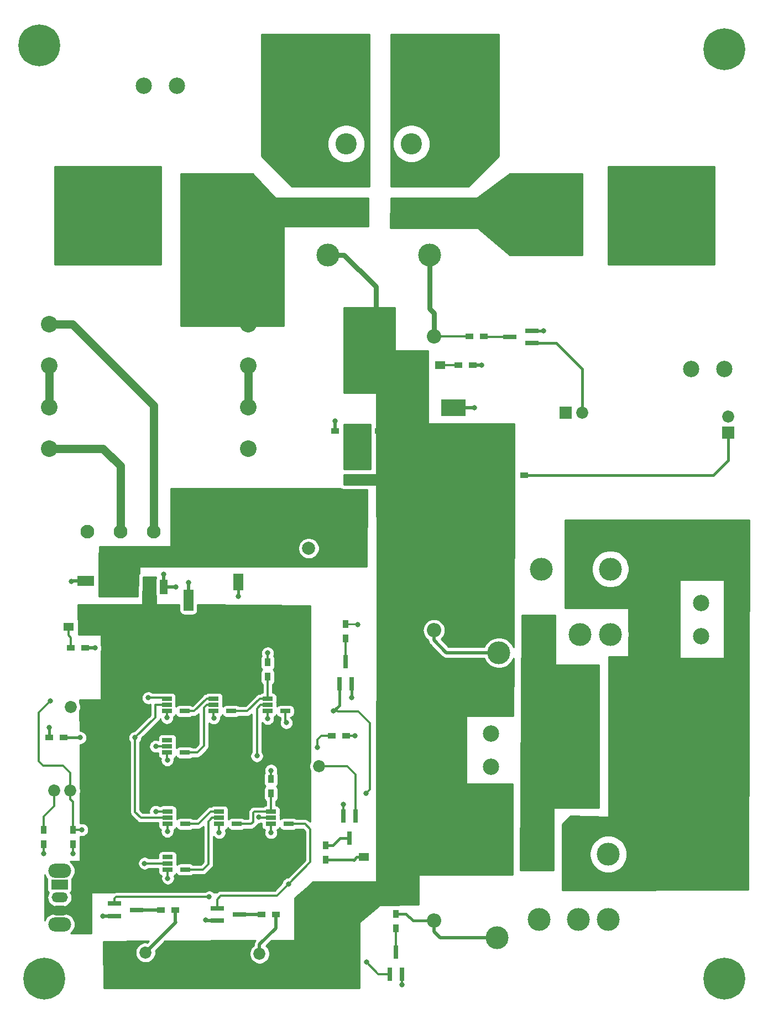
<source format=gbr>
G04 #@! TF.GenerationSoftware,KiCad,Pcbnew,(5.1.0)-1*
G04 #@! TF.CreationDate,2019-07-30T22:29:16-05:00*
G04 #@! TF.ProjectId,LatheControl,4c617468-6543-46f6-9e74-726f6c2e6b69,01*
G04 #@! TF.SameCoordinates,Original*
G04 #@! TF.FileFunction,Copper,L1,Top*
G04 #@! TF.FilePolarity,Positive*
%FSLAX46Y46*%
G04 Gerber Fmt 4.6, Leading zero omitted, Abs format (unit mm)*
G04 Created by KiCad (PCBNEW (5.1.0)-1) date 2019-07-30 22:29:16*
%MOMM*%
%LPD*%
G04 APERTURE LIST*
%ADD10C,2.540000*%
%ADD11R,2.000000X0.700000*%
%ADD12R,2.000000X2.000000*%
%ADD13C,2.000000*%
%ADD14R,2.600000X1.600000*%
%ADD15R,1.600000X2.600000*%
%ADD16R,1.500000X3.200000*%
%ADD17R,2.200000X2.200000*%
%ADD18O,2.200000X2.200000*%
%ADD19R,1.500000X1.300000*%
%ADD20R,1.200000X0.900000*%
%ADD21R,1.200000X2.200000*%
%ADD22R,5.800000X6.400000*%
%ADD23R,2.750000X3.050000*%
%ADD24C,3.500000*%
%ADD25R,0.700000X2.000000*%
%ADD26R,0.900000X1.200000*%
%ADD27R,1.560000X0.650000*%
%ADD28C,2.500000*%
%ADD29C,3.250000*%
%ADD30R,2.100000X2.100000*%
%ADD31C,2.100000*%
%ADD32R,3.750000X2.500000*%
%ADD33R,3.050000X2.750000*%
%ADD34R,6.400000X5.800000*%
%ADD35R,2.200000X1.200000*%
%ADD36C,0.800000*%
%ADD37C,6.400000*%
%ADD38C,1.850000*%
%ADD39R,1.850000X1.850000*%
%ADD40R,3.800000X2.000000*%
%ADD41O,3.500000X2.200000*%
%ADD42O,2.500000X1.500000*%
%ADD43R,2.500000X1.500000*%
%ADD44C,0.508000*%
%ADD45C,0.381000*%
%ADD46C,0.304800*%
%ADD47C,0.750000*%
%ADD48C,1.250000*%
%ADD49C,0.250000*%
%ADD50C,0.254000*%
G04 APERTURE END LIST*
D10*
X166179500Y-95440500D03*
X166179500Y-101790500D03*
X166179500Y-108140500D03*
X166179500Y-114490500D03*
X196659500Y-95440500D03*
X196659500Y-101790500D03*
X196659500Y-108140500D03*
X196659500Y-114490500D03*
D11*
X240093500Y-98361500D03*
X240093500Y-96461500D03*
X236693500Y-97411500D03*
D12*
X205930500Y-124777500D03*
D13*
X205930500Y-129777500D03*
D14*
X175409000Y-134747000D03*
X171809000Y-134747000D03*
D15*
X195135500Y-131296000D03*
X195135500Y-134896000D03*
D16*
X187515500Y-141731500D03*
X187515500Y-137731500D03*
D17*
X214947500Y-97345500D03*
D18*
X225107500Y-97345500D03*
D19*
X226060000Y-101727000D03*
X223360000Y-101727000D03*
X169131000Y-141795500D03*
X171831000Y-141795500D03*
D20*
X230527500Y-97345500D03*
X232727500Y-97345500D03*
X212194500Y-111823500D03*
X209994500Y-111823500D03*
X216639500Y-111823500D03*
X214439500Y-111823500D03*
X228854000Y-101727000D03*
X231054000Y-101727000D03*
X169504000Y-145034000D03*
X171704000Y-145034000D03*
D21*
X183705500Y-135699500D03*
X181425500Y-135699500D03*
X179145500Y-135699500D03*
D22*
X181425500Y-141999500D03*
D23*
X179900500Y-143674500D03*
X182950500Y-140324500D03*
X182950500Y-143674500D03*
X179900500Y-140324500D03*
D13*
X255220500Y-78803500D03*
X260220500Y-78803500D03*
X245220500Y-78803500D03*
X240220500Y-78803500D03*
X179500500Y-77914500D03*
X174500500Y-77914500D03*
X189500500Y-77914500D03*
X194500500Y-77914500D03*
D17*
X225107500Y-132143500D03*
D18*
X225107500Y-142303500D03*
D17*
X225107500Y-176593500D03*
D18*
X225107500Y-186753500D03*
D24*
X241502499Y-142938501D03*
X247502499Y-142938501D03*
X252102499Y-142938501D03*
X252102499Y-132938501D03*
X247502499Y-132938501D03*
X241502499Y-132938501D03*
X235052499Y-145738501D03*
X235052499Y-130138501D03*
X241205500Y-186593500D03*
X247205500Y-186593500D03*
X251805500Y-186593500D03*
X251805500Y-176593500D03*
X247205500Y-176593500D03*
X241205500Y-176593500D03*
X234755500Y-189393500D03*
X234755500Y-173793500D03*
D25*
X210632000Y-150529500D03*
X212532000Y-150529500D03*
X211582000Y-147129500D03*
X218315500Y-194930500D03*
X220215500Y-194930500D03*
X219265500Y-191530500D03*
D26*
X211582000Y-141373500D03*
X211582000Y-143573500D03*
X219265500Y-185696500D03*
X219265500Y-187896500D03*
D27*
X184197000Y-152783500D03*
X184197000Y-153733500D03*
X184197000Y-154683500D03*
X186897000Y-154683500D03*
X186897000Y-152783500D03*
D26*
X169799000Y-172869500D03*
X169799000Y-175069500D03*
X165354000Y-172890000D03*
X165354000Y-175090000D03*
D20*
X168422500Y-158686500D03*
X166222500Y-158686500D03*
D26*
X199644000Y-149436000D03*
X199644000Y-147236000D03*
X200152000Y-167300000D03*
X200152000Y-165100000D03*
D20*
X209486500Y-158496000D03*
X211686500Y-158496000D03*
D27*
X184260500Y-159133500D03*
X184260500Y-160083500D03*
X184260500Y-161033500D03*
X186960500Y-161033500D03*
X186960500Y-159133500D03*
X184307500Y-170053000D03*
X184307500Y-171003000D03*
X184307500Y-171953000D03*
X187007500Y-171953000D03*
X187007500Y-170053000D03*
X184307500Y-177043000D03*
X184307500Y-177993000D03*
X184307500Y-178943000D03*
X187007500Y-178943000D03*
X187007500Y-177043000D03*
X191372500Y-152783500D03*
X191372500Y-153733500D03*
X191372500Y-154683500D03*
X194072500Y-154683500D03*
X194072500Y-152783500D03*
X192198000Y-170055500D03*
X192198000Y-171005500D03*
X192198000Y-171955500D03*
X194898000Y-171955500D03*
X194898000Y-170055500D03*
X200135500Y-170055500D03*
X200135500Y-171005500D03*
X200135500Y-171955500D03*
X202835500Y-171955500D03*
X202835500Y-170055500D03*
X199627500Y-152783500D03*
X199627500Y-153733500D03*
X199627500Y-154683500D03*
X202327500Y-154683500D03*
X202327500Y-152783500D03*
D28*
X265620500Y-76263500D03*
X265620500Y-81343500D03*
X169100500Y-81343500D03*
X169100500Y-76263500D03*
X209232500Y-54038500D03*
X204152500Y-54038500D03*
X229552500Y-54038500D03*
X224472500Y-54038500D03*
D24*
X208851500Y-84899500D03*
X224451500Y-84899500D03*
D29*
X211651500Y-78449500D03*
X211651500Y-72449500D03*
X211651500Y-67849500D03*
X221651500Y-67849500D03*
X221651500Y-72449500D03*
X221651500Y-78449500D03*
D28*
X180657500Y-58991500D03*
X185737500Y-58991500D03*
D30*
X187321500Y-127190500D03*
D31*
X182221500Y-127190500D03*
X172021500Y-127190500D03*
X177121500Y-127190500D03*
D28*
X263525000Y-163449000D03*
X263525000Y-158369000D03*
X266001500Y-138112500D03*
X266001500Y-143192500D03*
X247332500Y-163385500D03*
X247332500Y-158305500D03*
X233870500Y-163195000D03*
X233870500Y-158115000D03*
D32*
X228092000Y-108267500D03*
X221842000Y-108267500D03*
D33*
X218039500Y-120778000D03*
X221389500Y-117728000D03*
X218039500Y-117728000D03*
X221389500Y-120778000D03*
D34*
X219714500Y-119253000D03*
D35*
X213414500Y-121533000D03*
X213414500Y-119253000D03*
X213414500Y-116973000D03*
D36*
X166352556Y-51071444D03*
X164655500Y-50368500D03*
X162958444Y-51071444D03*
X162255500Y-52768500D03*
X162958444Y-54465556D03*
X164655500Y-55168500D03*
X166352556Y-54465556D03*
X167055500Y-52768500D03*
D37*
X164655500Y-52768500D03*
X165417500Y-195643500D03*
D36*
X167817500Y-195643500D03*
X167114556Y-197340556D03*
X165417500Y-198043500D03*
X163720444Y-197340556D03*
X163017500Y-195643500D03*
X163720444Y-193946444D03*
X165417500Y-193243500D03*
X167114556Y-193946444D03*
X271254556Y-51706444D03*
X269557500Y-51003500D03*
X267860444Y-51706444D03*
X267157500Y-53403500D03*
X267860444Y-55100556D03*
X269557500Y-55803500D03*
X271254556Y-55100556D03*
X271957500Y-53403500D03*
D37*
X269557500Y-53403500D03*
X269557500Y-195643500D03*
D36*
X271957500Y-195643500D03*
X271254556Y-197340556D03*
X269557500Y-198043500D03*
X267860444Y-197340556D03*
X267157500Y-195643500D03*
X267860444Y-193946444D03*
X269557500Y-193243500D03*
X271254556Y-193946444D03*
D38*
X247800500Y-109029500D03*
D39*
X245300500Y-109029500D03*
D38*
X169458000Y-154051000D03*
D39*
X171958000Y-154051000D03*
X205041500Y-163131500D03*
D38*
X207541500Y-163131500D03*
X166941500Y-166878000D03*
X169441500Y-166878000D03*
D39*
X171941500Y-166878000D03*
D19*
X217076000Y-177038000D03*
X214376000Y-177038000D03*
D25*
X212153500Y-174166000D03*
X211203500Y-170766000D03*
X213103500Y-170766000D03*
D26*
X208534000Y-175260000D03*
X208534000Y-177460000D03*
D28*
X264477500Y-102298500D03*
X269557500Y-102298500D03*
D38*
X180935000Y-191643000D03*
D39*
X178435000Y-191643000D03*
X195897500Y-191833500D03*
D38*
X198397500Y-191833500D03*
D11*
X179578000Y-185102500D03*
X176178000Y-186052500D03*
X176178000Y-184152500D03*
X191911500Y-184851000D03*
X191911500Y-186751000D03*
X195311500Y-185801000D03*
D20*
X185524500Y-185102500D03*
X183324500Y-185102500D03*
X198714000Y-185801000D03*
X200914000Y-185801000D03*
D40*
X214947500Y-103505000D03*
X195707000Y-141224000D03*
D41*
X167767000Y-187329000D03*
X167767000Y-179129000D03*
D42*
X167767000Y-185229000D03*
X167767000Y-183229000D03*
D43*
X167767000Y-181229000D03*
D38*
X270129000Y-109577500D03*
D39*
X270129000Y-112077500D03*
D20*
X238887000Y-118554500D03*
X236687000Y-118554500D03*
D36*
X209994500Y-110299500D03*
X232410000Y-101727000D03*
X169608500Y-134810500D03*
X187515500Y-135001000D03*
X185610500Y-135699500D03*
X183705500Y-133731000D03*
X241871500Y-96456500D03*
X173228000Y-145034000D03*
X192214500Y-173291500D03*
X184277000Y-173101000D03*
X191389000Y-155765500D03*
X184213500Y-155702000D03*
X184277000Y-162179000D03*
X212534500Y-152590500D03*
X199644000Y-155829000D03*
X184340500Y-180276500D03*
X200152000Y-173291500D03*
X220218000Y-196596000D03*
X199644000Y-145796000D03*
X200152000Y-163766500D03*
X212979000Y-158432500D03*
X165354000Y-176466500D03*
X169799000Y-176466500D03*
X211201000Y-168973500D03*
X231267000Y-108267500D03*
X195135500Y-137096500D03*
X166222500Y-157183000D03*
X174371000Y-186055000D03*
X190119000Y-186690000D03*
X187007500Y-73088500D03*
X189547500Y-73088500D03*
X192087500Y-73088500D03*
X194627500Y-73088500D03*
X197167500Y-73088500D03*
X187007500Y-75628500D03*
X187007500Y-78168500D03*
X187007500Y-80708500D03*
X187007500Y-83248500D03*
X187007500Y-85788500D03*
X187007500Y-88328500D03*
X187007500Y-90868500D03*
X187007500Y-93408500D03*
X187007500Y-95186500D03*
X201358500Y-80708500D03*
X201358500Y-83248500D03*
X201358500Y-85788500D03*
X201358500Y-88328500D03*
X201358500Y-90868500D03*
X189547500Y-95186500D03*
X192087500Y-95186500D03*
X194627500Y-95059500D03*
X199199500Y-75501500D03*
X199199500Y-51625500D03*
X201739500Y-51625500D03*
X204279500Y-51625500D03*
X206819500Y-51625500D03*
X209359500Y-51625500D03*
X211899500Y-51625500D03*
X214439500Y-51625500D03*
X199199500Y-54165500D03*
X199199500Y-56705500D03*
X199199500Y-59245500D03*
X199199500Y-61785500D03*
X199199500Y-64325500D03*
X199199500Y-66865500D03*
X199199500Y-69405500D03*
X214439500Y-54165500D03*
X214439500Y-56705500D03*
X214439500Y-59245500D03*
X214439500Y-61785500D03*
X214439500Y-64325500D03*
X201739500Y-71945500D03*
X203771500Y-73723500D03*
X206819500Y-73723500D03*
X219011500Y-51625500D03*
X221551500Y-51625500D03*
X224091500Y-51625500D03*
X226631500Y-51625500D03*
X229171500Y-51625500D03*
X231711500Y-51625500D03*
X234251500Y-51625500D03*
X219011500Y-54165500D03*
X234251500Y-54165500D03*
X219011500Y-56705500D03*
X234251500Y-56705500D03*
X219011500Y-59245500D03*
X234251500Y-59245500D03*
X219011500Y-61785500D03*
X234251500Y-61785500D03*
X219011500Y-64325500D03*
X234251500Y-64325500D03*
X234251500Y-66865500D03*
X234505500Y-69405500D03*
X231711500Y-71945500D03*
X229171500Y-73723500D03*
X226631500Y-73723500D03*
X236918500Y-73088500D03*
X239458500Y-73088500D03*
X241998500Y-73088500D03*
X244538500Y-73088500D03*
X247078500Y-73088500D03*
X237045500Y-84264500D03*
X239585500Y-84264500D03*
X242125500Y-84264500D03*
X244665500Y-84264500D03*
X247205500Y-84264500D03*
X247078500Y-76009500D03*
X247078500Y-81597500D03*
X234759500Y-74866500D03*
X234759500Y-82232500D03*
X267271500Y-78803500D03*
X252539500Y-71945500D03*
X255079500Y-71945500D03*
X257619500Y-71945500D03*
X260159500Y-71945500D03*
X262699500Y-71945500D03*
X265239500Y-71945500D03*
X267271500Y-71945500D03*
X252539500Y-85661500D03*
X255079500Y-85661500D03*
X257619500Y-85661500D03*
X260159500Y-85661500D03*
X262699500Y-85661500D03*
X265239500Y-85661500D03*
X267271500Y-85661500D03*
X252539500Y-78803500D03*
X252539500Y-81597500D03*
X252539500Y-76009500D03*
X252539500Y-73977500D03*
X252539500Y-83629500D03*
X267271500Y-83629500D03*
X267271500Y-73977500D03*
X167703500Y-71945500D03*
X167703500Y-85661500D03*
X182689500Y-85661500D03*
X170243500Y-85661500D03*
X172783500Y-85661500D03*
X175323500Y-85661500D03*
X177863500Y-85661500D03*
X180403500Y-85661500D03*
X170243500Y-71945500D03*
X172783500Y-71945500D03*
X175323500Y-71945500D03*
X177863500Y-71945500D03*
X180403500Y-71945500D03*
X182689500Y-71945500D03*
X182689500Y-78803500D03*
X182689500Y-81089500D03*
X182689500Y-83629500D03*
X182689500Y-76263500D03*
X182689500Y-73977500D03*
X167703500Y-83629500D03*
X167703500Y-73977500D03*
X167703500Y-78803500D03*
X213423500Y-141414500D03*
X204851000Y-140017500D03*
X166370000Y-153162000D03*
X171196000Y-172847000D03*
X180784500Y-177990500D03*
X181356000Y-152654000D03*
X182499000Y-170053000D03*
X182499000Y-160083500D03*
X179324000Y-158750000D03*
X170942000Y-158750000D03*
X198247000Y-170878500D03*
X197993000Y-161544000D03*
X207264000Y-160210500D03*
X202501500Y-156464000D03*
X209743000Y-154683500D03*
X214693500Y-167259000D03*
X190690500Y-183134000D03*
X214757000Y-193103500D03*
X202819000Y-181165500D03*
D44*
X209994500Y-111823500D02*
X209994500Y-110299500D01*
X231054000Y-101727000D02*
X232410000Y-101727000D01*
X171809000Y-134747000D02*
X169672000Y-134747000D01*
X169672000Y-134747000D02*
X169608500Y-134810500D01*
X187515500Y-137731500D02*
X187515500Y-135001000D01*
X183705500Y-135699500D02*
X185610500Y-135699500D01*
X183705500Y-135699500D02*
X183705500Y-133731000D01*
D45*
X240093500Y-96461500D02*
X241866500Y-96461500D01*
X241866500Y-96461500D02*
X241871500Y-96456500D01*
D44*
X171704000Y-145034000D02*
X173228000Y-145034000D01*
D46*
X192198000Y-171955500D02*
X192198000Y-173275000D01*
X192198000Y-173275000D02*
X192214500Y-173291500D01*
X184307500Y-171953000D02*
X184307500Y-173070500D01*
X184307500Y-173070500D02*
X184277000Y-173101000D01*
X184307500Y-178943000D02*
X184307500Y-179992000D01*
X191372500Y-154683500D02*
X191372500Y-155749000D01*
X191372500Y-155749000D02*
X191389000Y-155765500D01*
X184197000Y-154683500D02*
X184197000Y-155685500D01*
X184197000Y-155685500D02*
X184213500Y-155702000D01*
X184260500Y-161033500D02*
X184260500Y-162162500D01*
X184260500Y-162162500D02*
X184277000Y-162179000D01*
D45*
X212532000Y-150529500D02*
X212532000Y-152588000D01*
X212532000Y-152588000D02*
X212534500Y-152590500D01*
D46*
X199627500Y-154683500D02*
X199627500Y-155812500D01*
X199627500Y-155812500D02*
X199644000Y-155829000D01*
X184307500Y-179992000D02*
X184307500Y-180243500D01*
X184307500Y-180243500D02*
X184340500Y-180276500D01*
X200135500Y-171955500D02*
X200135500Y-173275000D01*
X200135500Y-173275000D02*
X200152000Y-173291500D01*
X220215500Y-194930500D02*
X220215500Y-196593500D01*
X220215500Y-196593500D02*
X220218000Y-196596000D01*
X199644000Y-147236000D02*
X199644000Y-145796000D01*
X200152000Y-165100000D02*
X200152000Y-163766500D01*
X211686500Y-158496000D02*
X212915500Y-158496000D01*
X212915500Y-158496000D02*
X212979000Y-158432500D01*
X165354000Y-175090000D02*
X165354000Y-176466500D01*
X169799000Y-175069500D02*
X169799000Y-176466500D01*
X211203500Y-170766000D02*
X211203500Y-168976000D01*
X211203500Y-168976000D02*
X211201000Y-168973500D01*
D44*
X228092000Y-108267500D02*
X231267000Y-108267500D01*
D45*
X195135500Y-134896000D02*
X195135500Y-137096500D01*
X166222500Y-158686500D02*
X166222500Y-157183000D01*
D44*
X176178000Y-186052500D02*
X174373500Y-186052500D01*
X174373500Y-186052500D02*
X174371000Y-186055000D01*
X191911500Y-186751000D02*
X190180000Y-186751000D01*
X190180000Y-186751000D02*
X190119000Y-186690000D01*
D47*
X211326373Y-84899500D02*
X213612373Y-87185500D01*
X208851500Y-84899500D02*
X211326373Y-84899500D01*
X213612373Y-87185500D02*
X213677500Y-87185500D01*
X213677500Y-87185500D02*
X216217500Y-89725500D01*
X216217500Y-89725500D02*
X216217500Y-94043500D01*
X224451500Y-84899500D02*
X224451500Y-93133500D01*
X225107500Y-93789500D02*
X225107500Y-97345500D01*
X224451500Y-93133500D02*
X225107500Y-93789500D01*
D46*
X230527500Y-97345500D02*
X225107500Y-97345500D01*
X226060000Y-101727000D02*
X228854000Y-101727000D01*
X169131000Y-141795500D02*
X169131000Y-143096000D01*
X169504000Y-143469000D02*
X169504000Y-145034000D01*
X169131000Y-143096000D02*
X169504000Y-143469000D01*
X232793500Y-97411500D02*
X232727500Y-97345500D01*
X236693500Y-97411500D02*
X232793500Y-97411500D01*
D45*
X247800500Y-102322000D02*
X247800500Y-109029500D01*
X240093500Y-98361500D02*
X243840000Y-98361500D01*
X243840000Y-98361500D02*
X247800500Y-102322000D01*
D48*
X182221500Y-107926500D02*
X182221500Y-127190500D01*
X166179500Y-95440500D02*
X169735500Y-95440500D01*
X169735500Y-95440500D02*
X182221500Y-107926500D01*
X196659500Y-101790500D02*
X196659500Y-108140500D01*
X166179500Y-101790500D02*
X166179500Y-108140500D01*
D44*
X226986867Y-145738501D02*
X235052499Y-145738501D01*
X225107500Y-142303500D02*
X225107500Y-143859134D01*
X225107500Y-143859134D02*
X226986867Y-145738501D01*
D49*
X211582000Y-141373500D02*
X213382500Y-141373500D01*
X213382500Y-141373500D02*
X213423500Y-141414500D01*
D44*
X234755500Y-189393500D02*
X226033000Y-189393500D01*
X225107500Y-188468000D02*
X225107500Y-186753500D01*
X226033000Y-189393500D02*
X225107500Y-188468000D01*
D45*
X225107500Y-186753500D02*
X221869000Y-186753500D01*
X220812000Y-185696500D02*
X219265500Y-185696500D01*
X221869000Y-186753500D02*
X220812000Y-185696500D01*
D46*
X211582000Y-147129500D02*
X211582000Y-143573500D01*
X219265500Y-187896500D02*
X219265500Y-191530500D01*
X190287700Y-152783500D02*
X188385200Y-154686000D01*
X191372500Y-152783500D02*
X190287700Y-152783500D01*
X188382700Y-154683500D02*
X186897000Y-154683500D01*
X188385200Y-154686000D02*
X188382700Y-154683500D01*
X169441500Y-168186147D02*
X169799000Y-168543647D01*
X169441500Y-166878000D02*
X169441500Y-168186147D01*
X169799000Y-168543647D02*
X169799000Y-172869500D01*
X169441500Y-166878000D02*
X169441500Y-164107500D01*
X169441500Y-164107500D02*
X168338500Y-163004500D01*
X168338500Y-163004500D02*
X165227000Y-163004500D01*
X165227000Y-163004500D02*
X164592000Y-162369500D01*
X164592000Y-162369500D02*
X164592000Y-154940000D01*
X164592000Y-154940000D02*
X166370000Y-153162000D01*
X169799000Y-172869500D02*
X171173500Y-172869500D01*
X171173500Y-172869500D02*
X171196000Y-172847000D01*
X184305000Y-177990500D02*
X184307500Y-177993000D01*
X180784500Y-177990500D02*
X184305000Y-177990500D01*
X184067500Y-152654000D02*
X184197000Y-152783500D01*
X181356000Y-152654000D02*
X184067500Y-152654000D01*
X165354000Y-170815000D02*
X165354000Y-172890000D01*
X166941500Y-166878000D02*
X166941500Y-169227500D01*
X166941500Y-169227500D02*
X165354000Y-170815000D01*
X184307500Y-170053000D02*
X182499000Y-170053000D01*
X182499000Y-160083500D02*
X184260500Y-160083500D01*
X169481500Y-154027500D02*
X169458000Y-154051000D01*
X182435500Y-153733500D02*
X184197000Y-153733500D01*
X182435500Y-153733500D02*
X182435500Y-155638500D01*
X182435500Y-155638500D02*
X179324000Y-158750000D01*
X179324000Y-158750000D02*
X179324000Y-170116500D01*
X180210500Y-171003000D02*
X184307500Y-171003000D01*
X179324000Y-170116500D02*
X180210500Y-171003000D01*
D45*
X170878500Y-158686500D02*
X170942000Y-158750000D01*
X168422500Y-158686500D02*
X170878500Y-158686500D01*
D46*
X190287700Y-153733500D02*
X189865000Y-154156200D01*
X191372500Y-153733500D02*
X190287700Y-153733500D01*
X189865000Y-154156200D02*
X189865000Y-160020000D01*
X188045300Y-161033500D02*
X188047800Y-161036000D01*
X186960500Y-161033500D02*
X188045300Y-161033500D01*
X188849000Y-161036000D02*
X189865000Y-160020000D01*
X188047800Y-161036000D02*
X188849000Y-161036000D01*
X188092300Y-171953000D02*
X188097300Y-171958000D01*
X187007500Y-171953000D02*
X188092300Y-171953000D01*
X188097300Y-171958000D02*
X189039500Y-171958000D01*
X190942000Y-170055500D02*
X192198000Y-170055500D01*
X189039500Y-171958000D02*
X190942000Y-170055500D01*
X191113200Y-171005500D02*
X190817500Y-171301200D01*
X192198000Y-171005500D02*
X191113200Y-171005500D01*
X190817500Y-171301200D02*
X190817500Y-171323000D01*
X190817500Y-171323000D02*
X190563500Y-171577000D01*
X190563500Y-171577000D02*
X190563500Y-178117500D01*
X189738000Y-178943000D02*
X187007500Y-178943000D01*
X190563500Y-178117500D02*
X189738000Y-178943000D01*
X198778791Y-152783500D02*
X198776291Y-152781000D01*
X199627500Y-152783500D02*
X198778791Y-152783500D01*
X198776291Y-152781000D02*
X198437500Y-152781000D01*
X196535000Y-154683500D02*
X194072500Y-154683500D01*
X198437500Y-152781000D02*
X196535000Y-154683500D01*
X199644000Y-152767000D02*
X199627500Y-152783500D01*
X199644000Y-149436000D02*
X199644000Y-152767000D01*
X200135500Y-170055500D02*
X197609500Y-170055500D01*
X197609500Y-170055500D02*
X197421500Y-170243500D01*
X197421500Y-170243500D02*
X197421500Y-171640500D01*
X197106500Y-171955500D02*
X194898000Y-171955500D01*
X197421500Y-171640500D02*
X197106500Y-171955500D01*
X200152000Y-170039000D02*
X200135500Y-170055500D01*
X200152000Y-167300000D02*
X200152000Y-170039000D01*
X199627500Y-153733500D02*
X198542700Y-153733500D01*
X197993000Y-154283200D02*
X197993000Y-154686000D01*
X198374000Y-171005500D02*
X198247000Y-170878500D01*
X200135500Y-171005500D02*
X198374000Y-171005500D01*
X197993000Y-154283200D02*
X198542700Y-153733500D01*
X197993000Y-161544000D02*
X197993000Y-154283200D01*
X207264000Y-159067500D02*
X207264000Y-160210500D01*
X207835500Y-158496000D02*
X207264000Y-159067500D01*
X209486500Y-158496000D02*
X207835500Y-158496000D01*
X207541500Y-163131500D02*
X211836000Y-163131500D01*
X213103500Y-164399000D02*
X213103500Y-170766000D01*
X211836000Y-163131500D02*
X213103500Y-164399000D01*
D48*
X166179500Y-114490500D02*
X174434500Y-114490500D01*
X177121500Y-117177500D02*
X177121500Y-127190500D01*
X174434500Y-114490500D02*
X177121500Y-117177500D01*
D45*
X213245000Y-177038000D02*
X212800500Y-177482500D01*
X214376000Y-177038000D02*
X213245000Y-177038000D01*
X212778000Y-177460000D02*
X208534000Y-177460000D01*
X212800500Y-177482500D02*
X212778000Y-177460000D01*
X208534000Y-175260000D02*
X209613500Y-175260000D01*
X210707500Y-174166000D02*
X212153500Y-174166000D01*
X209613500Y-175260000D02*
X210707500Y-174166000D01*
D44*
X181859999Y-190718001D02*
X181859999Y-190694501D01*
X180935000Y-191643000D02*
X181859999Y-190718001D01*
X181859999Y-190694501D02*
X185547000Y-187007500D01*
X185524500Y-186985000D02*
X185524500Y-185102500D01*
X185547000Y-187007500D02*
X185524500Y-186985000D01*
X198397500Y-190413000D02*
X198397500Y-191833500D01*
X200914000Y-185801000D02*
X200914000Y-187896500D01*
X200914000Y-187896500D02*
X198397500Y-190413000D01*
D45*
X210632000Y-153794500D02*
X210632000Y-150529500D01*
X209743000Y-154683500D02*
X210632000Y-153794500D01*
D46*
X202327500Y-154683500D02*
X202327500Y-156290000D01*
X202327500Y-156290000D02*
X202501500Y-156464000D01*
X210308685Y-154683500D02*
X210374685Y-154749500D01*
X209743000Y-154683500D02*
X210308685Y-154683500D01*
X210374685Y-154749500D02*
X213487000Y-154749500D01*
X213487000Y-154749500D02*
X215265000Y-156527500D01*
X215265000Y-156527500D02*
X215265000Y-166687500D01*
X215265000Y-166687500D02*
X214693500Y-167259000D01*
X190690500Y-183134000D02*
X176403000Y-183134000D01*
X176178000Y-183359000D02*
X176178000Y-184152500D01*
X176403000Y-183134000D02*
X176178000Y-183359000D01*
X216584000Y-194930500D02*
X218315500Y-194930500D01*
X214757000Y-193103500D02*
X216584000Y-194930500D01*
X191911500Y-184196200D02*
X191897000Y-184181700D01*
X191911500Y-184851000D02*
X191911500Y-184196200D01*
X191897000Y-184181700D02*
X191897000Y-183515000D01*
X191897000Y-183515000D02*
X192468500Y-182943500D01*
X201041000Y-182943500D02*
X202819000Y-181165500D01*
X192468500Y-182943500D02*
X201041000Y-182943500D01*
X206184500Y-177800000D02*
X202819000Y-181165500D01*
X206184500Y-172783500D02*
X206184500Y-177800000D01*
X202835500Y-171955500D02*
X205356500Y-171955500D01*
X205356500Y-171955500D02*
X206184500Y-172783500D01*
D44*
X179578000Y-185102500D02*
X183324500Y-185102500D01*
X195311500Y-185801000D02*
X198714000Y-185801000D01*
D45*
X270129000Y-116332000D02*
X270129000Y-112077500D01*
X238887000Y-118554500D02*
X267906500Y-118554500D01*
X267906500Y-118554500D02*
X270129000Y-116332000D01*
D50*
G36*
X268033500Y-86296500D02*
G01*
X251777500Y-86296500D01*
X251777500Y-71310500D01*
X268033500Y-71310500D01*
X268033500Y-86296500D01*
X268033500Y-86296500D01*
G37*
X268033500Y-86296500D02*
X251777500Y-86296500D01*
X251777500Y-71310500D01*
X268033500Y-71310500D01*
X268033500Y-86296500D01*
G36*
X183324500Y-86296500D02*
G01*
X167068500Y-86296500D01*
X167068500Y-71310500D01*
X183324500Y-71310500D01*
X183324500Y-86296500D01*
X183324500Y-86296500D01*
G37*
X183324500Y-86296500D02*
X167068500Y-86296500D01*
X167068500Y-71310500D01*
X183324500Y-71310500D01*
X183324500Y-86296500D01*
G36*
X215201500Y-74358500D02*
G01*
X203316106Y-74358500D01*
X198691500Y-69733894D01*
X198691500Y-67563678D01*
X208749500Y-67563678D01*
X208749500Y-68135322D01*
X208861022Y-68695982D01*
X209079781Y-69224113D01*
X209397369Y-69699417D01*
X209801583Y-70103631D01*
X210276887Y-70421219D01*
X210805018Y-70639978D01*
X211365678Y-70751500D01*
X211937322Y-70751500D01*
X212497982Y-70639978D01*
X213026113Y-70421219D01*
X213501417Y-70103631D01*
X213905631Y-69699417D01*
X214223219Y-69224113D01*
X214441978Y-68695982D01*
X214553500Y-68135322D01*
X214553500Y-67563678D01*
X214441978Y-67003018D01*
X214223219Y-66474887D01*
X213905631Y-65999583D01*
X213501417Y-65595369D01*
X213026113Y-65277781D01*
X212497982Y-65059022D01*
X211937322Y-64947500D01*
X211365678Y-64947500D01*
X210805018Y-65059022D01*
X210276887Y-65277781D01*
X209801583Y-65595369D01*
X209397369Y-65999583D01*
X209079781Y-66474887D01*
X208861022Y-67003018D01*
X208749500Y-67563678D01*
X198691500Y-67563678D01*
X198691500Y-51117500D01*
X215201500Y-51117500D01*
X215201500Y-74358500D01*
X215201500Y-74358500D01*
G37*
X215201500Y-74358500D02*
X203316106Y-74358500D01*
X198691500Y-69733894D01*
X198691500Y-67563678D01*
X208749500Y-67563678D01*
X208749500Y-68135322D01*
X208861022Y-68695982D01*
X209079781Y-69224113D01*
X209397369Y-69699417D01*
X209801583Y-70103631D01*
X210276887Y-70421219D01*
X210805018Y-70639978D01*
X211365678Y-70751500D01*
X211937322Y-70751500D01*
X212497982Y-70639978D01*
X213026113Y-70421219D01*
X213501417Y-70103631D01*
X213905631Y-69699417D01*
X214223219Y-69224113D01*
X214441978Y-68695982D01*
X214553500Y-68135322D01*
X214553500Y-67563678D01*
X214441978Y-67003018D01*
X214223219Y-66474887D01*
X213905631Y-65999583D01*
X213501417Y-65595369D01*
X213026113Y-65277781D01*
X212497982Y-65059022D01*
X211937322Y-64947500D01*
X211365678Y-64947500D01*
X210805018Y-65059022D01*
X210276887Y-65277781D01*
X209801583Y-65595369D01*
X209397369Y-65999583D01*
X209079781Y-66474887D01*
X208861022Y-67003018D01*
X208749500Y-67563678D01*
X198691500Y-67563678D01*
X198691500Y-51117500D01*
X215201500Y-51117500D01*
X215201500Y-74358500D01*
G36*
X235013500Y-69733894D02*
G01*
X230388894Y-74358500D01*
X218503500Y-74358500D01*
X218503500Y-67563678D01*
X218749500Y-67563678D01*
X218749500Y-68135322D01*
X218861022Y-68695982D01*
X219079781Y-69224113D01*
X219397369Y-69699417D01*
X219801583Y-70103631D01*
X220276887Y-70421219D01*
X220805018Y-70639978D01*
X221365678Y-70751500D01*
X221937322Y-70751500D01*
X222497982Y-70639978D01*
X223026113Y-70421219D01*
X223501417Y-70103631D01*
X223905631Y-69699417D01*
X224223219Y-69224113D01*
X224441978Y-68695982D01*
X224553500Y-68135322D01*
X224553500Y-67563678D01*
X224441978Y-67003018D01*
X224223219Y-66474887D01*
X223905631Y-65999583D01*
X223501417Y-65595369D01*
X223026113Y-65277781D01*
X222497982Y-65059022D01*
X221937322Y-64947500D01*
X221365678Y-64947500D01*
X220805018Y-65059022D01*
X220276887Y-65277781D01*
X219801583Y-65595369D01*
X219397369Y-65999583D01*
X219079781Y-66474887D01*
X218861022Y-67003018D01*
X218749500Y-67563678D01*
X218503500Y-67563678D01*
X218503500Y-51117500D01*
X235013500Y-51117500D01*
X235013500Y-69733894D01*
X235013500Y-69733894D01*
G37*
X235013500Y-69733894D02*
X230388894Y-74358500D01*
X218503500Y-74358500D01*
X218503500Y-67563678D01*
X218749500Y-67563678D01*
X218749500Y-68135322D01*
X218861022Y-68695982D01*
X219079781Y-69224113D01*
X219397369Y-69699417D01*
X219801583Y-70103631D01*
X220276887Y-70421219D01*
X220805018Y-70639978D01*
X221365678Y-70751500D01*
X221937322Y-70751500D01*
X222497982Y-70639978D01*
X223026113Y-70421219D01*
X223501417Y-70103631D01*
X223905631Y-69699417D01*
X224223219Y-69224113D01*
X224441978Y-68695982D01*
X224553500Y-68135322D01*
X224553500Y-67563678D01*
X224441978Y-67003018D01*
X224223219Y-66474887D01*
X223905631Y-65999583D01*
X223501417Y-65595369D01*
X223026113Y-65277781D01*
X222497982Y-65059022D01*
X221937322Y-64947500D01*
X221365678Y-64947500D01*
X220805018Y-65059022D01*
X220276887Y-65277781D01*
X219801583Y-65595369D01*
X219397369Y-65999583D01*
X219079781Y-66474887D01*
X218861022Y-67003018D01*
X218749500Y-67563678D01*
X218503500Y-67563678D01*
X218503500Y-51117500D01*
X235013500Y-51117500D01*
X235013500Y-69733894D01*
G36*
X200757549Y-76096040D02*
G01*
X200776219Y-76112511D01*
X200797742Y-76125023D01*
X200821294Y-76133096D01*
X200850500Y-76136500D01*
X215074500Y-76136500D01*
X215074500Y-80454500D01*
X202247500Y-80454500D01*
X202222724Y-80456940D01*
X202198899Y-80464167D01*
X202176943Y-80475903D01*
X202157697Y-80491697D01*
X202141903Y-80510943D01*
X202130167Y-80532899D01*
X202122940Y-80556724D01*
X202120500Y-80581500D01*
X202120500Y-95694500D01*
X186372500Y-95694500D01*
X186372500Y-72453500D01*
X197366219Y-72453500D01*
X200757549Y-76096040D01*
X200757549Y-76096040D01*
G37*
X200757549Y-76096040D02*
X200776219Y-76112511D01*
X200797742Y-76125023D01*
X200821294Y-76133096D01*
X200850500Y-76136500D01*
X215074500Y-76136500D01*
X215074500Y-80454500D01*
X202247500Y-80454500D01*
X202222724Y-80456940D01*
X202198899Y-80464167D01*
X202176943Y-80475903D01*
X202157697Y-80491697D01*
X202141903Y-80510943D01*
X202130167Y-80532899D01*
X202122940Y-80556724D01*
X202120500Y-80581500D01*
X202120500Y-95694500D01*
X186372500Y-95694500D01*
X186372500Y-72453500D01*
X197366219Y-72453500D01*
X200757549Y-76096040D01*
G36*
X247840500Y-84899500D02*
G01*
X236711021Y-84899500D01*
X231793535Y-80738550D01*
X231773044Y-80724409D01*
X231750189Y-80714537D01*
X231725847Y-80709313D01*
X231711500Y-80708500D01*
X218441682Y-80708500D01*
X218501840Y-76136500D01*
X231711500Y-76136500D01*
X231736276Y-76134060D01*
X231760101Y-76126833D01*
X231787281Y-76111413D01*
X236706543Y-72453500D01*
X247840500Y-72453500D01*
X247840500Y-84899500D01*
X247840500Y-84899500D01*
G37*
X247840500Y-84899500D02*
X236711021Y-84899500D01*
X231793535Y-80738550D01*
X231773044Y-80724409D01*
X231750189Y-80714537D01*
X231725847Y-80709313D01*
X231711500Y-80708500D01*
X218441682Y-80708500D01*
X218501840Y-76136500D01*
X231711500Y-76136500D01*
X231736276Y-76134060D01*
X231760101Y-76126833D01*
X231787281Y-76111413D01*
X236706543Y-72453500D01*
X247840500Y-72453500D01*
X247840500Y-84899500D01*
G36*
X210736113Y-120591013D02*
G01*
X210832339Y-120669983D01*
X210942122Y-120728664D01*
X211061244Y-120764799D01*
X211185126Y-120777000D01*
X214882345Y-120777000D01*
X214821160Y-132524500D01*
X180086000Y-132524500D01*
X180061224Y-132526940D01*
X180037399Y-132534167D01*
X180015443Y-132545903D01*
X179996197Y-132561697D01*
X179980403Y-132580943D01*
X179968667Y-132602899D01*
X179961440Y-132626724D01*
X179959000Y-132651500D01*
X179959000Y-133631179D01*
X179909862Y-133690153D01*
X179850366Y-133799496D01*
X179813344Y-133918345D01*
X179800221Y-134042133D01*
X179777470Y-137096500D01*
X173799500Y-137096500D01*
X173799500Y-131195374D01*
X173908335Y-129617255D01*
X204303500Y-129617255D01*
X204303500Y-129937745D01*
X204366025Y-130252078D01*
X204488672Y-130548173D01*
X204666727Y-130814652D01*
X204893348Y-131041273D01*
X205159827Y-131219328D01*
X205455922Y-131341975D01*
X205770255Y-131404500D01*
X206090745Y-131404500D01*
X206405078Y-131341975D01*
X206701173Y-131219328D01*
X206967652Y-131041273D01*
X207194273Y-130814652D01*
X207372328Y-130548173D01*
X207494975Y-130252078D01*
X207557500Y-129937745D01*
X207557500Y-129617255D01*
X207494975Y-129302922D01*
X207372328Y-129006827D01*
X207194273Y-128740348D01*
X206967652Y-128513727D01*
X206701173Y-128335672D01*
X206405078Y-128213025D01*
X206090745Y-128150500D01*
X205770255Y-128150500D01*
X205455922Y-128213025D01*
X205159827Y-128335672D01*
X204893348Y-128513727D01*
X204666727Y-128740348D01*
X204488672Y-129006827D01*
X204366025Y-129302922D01*
X204303500Y-129617255D01*
X173908335Y-129617255D01*
X173918043Y-129476500D01*
X184721500Y-129476500D01*
X184746276Y-129474060D01*
X184770101Y-129466833D01*
X184792057Y-129455097D01*
X184811303Y-129439303D01*
X184827097Y-129420057D01*
X184838833Y-129398101D01*
X184846060Y-129374276D01*
X184848500Y-129349500D01*
X184848500Y-120586500D01*
X210732409Y-120586500D01*
X210736113Y-120591013D01*
X210736113Y-120591013D01*
G37*
X210736113Y-120591013D02*
X210832339Y-120669983D01*
X210942122Y-120728664D01*
X211061244Y-120764799D01*
X211185126Y-120777000D01*
X214882345Y-120777000D01*
X214821160Y-132524500D01*
X180086000Y-132524500D01*
X180061224Y-132526940D01*
X180037399Y-132534167D01*
X180015443Y-132545903D01*
X179996197Y-132561697D01*
X179980403Y-132580943D01*
X179968667Y-132602899D01*
X179961440Y-132626724D01*
X179959000Y-132651500D01*
X179959000Y-133631179D01*
X179909862Y-133690153D01*
X179850366Y-133799496D01*
X179813344Y-133918345D01*
X179800221Y-134042133D01*
X179777470Y-137096500D01*
X173799500Y-137096500D01*
X173799500Y-131195374D01*
X173908335Y-129617255D01*
X204303500Y-129617255D01*
X204303500Y-129937745D01*
X204366025Y-130252078D01*
X204488672Y-130548173D01*
X204666727Y-130814652D01*
X204893348Y-131041273D01*
X205159827Y-131219328D01*
X205455922Y-131341975D01*
X205770255Y-131404500D01*
X206090745Y-131404500D01*
X206405078Y-131341975D01*
X206701173Y-131219328D01*
X206967652Y-131041273D01*
X207194273Y-130814652D01*
X207372328Y-130548173D01*
X207494975Y-130252078D01*
X207557500Y-129937745D01*
X207557500Y-129617255D01*
X207494975Y-129302922D01*
X207372328Y-129006827D01*
X207194273Y-128740348D01*
X206967652Y-128513727D01*
X206701173Y-128335672D01*
X206405078Y-128213025D01*
X206090745Y-128150500D01*
X205770255Y-128150500D01*
X205455922Y-128213025D01*
X205159827Y-128335672D01*
X204893348Y-128513727D01*
X204666727Y-128740348D01*
X204488672Y-129006827D01*
X204366025Y-129302922D01*
X204303500Y-129617255D01*
X173908335Y-129617255D01*
X173918043Y-129476500D01*
X184721500Y-129476500D01*
X184746276Y-129474060D01*
X184770101Y-129466833D01*
X184792057Y-129455097D01*
X184811303Y-129439303D01*
X184827097Y-129420057D01*
X184838833Y-129398101D01*
X184846060Y-129374276D01*
X184848500Y-129349500D01*
X184848500Y-120586500D01*
X210732409Y-120586500D01*
X210736113Y-120591013D01*
G36*
X182498996Y-134175405D02*
G01*
X182498989Y-134411392D01*
X182479688Y-134475018D01*
X182467428Y-134599500D01*
X182467428Y-136799500D01*
X182479688Y-136923982D01*
X182498910Y-136987347D01*
X182498871Y-138239496D01*
X182501311Y-138264273D01*
X182508537Y-138288097D01*
X182520272Y-138310054D01*
X182536066Y-138329300D01*
X182555310Y-138345094D01*
X182577267Y-138356831D01*
X182601091Y-138364059D01*
X182624869Y-138366496D01*
X186127428Y-138394126D01*
X186127428Y-139331500D01*
X186139688Y-139455982D01*
X186175998Y-139575680D01*
X186234963Y-139685994D01*
X186314315Y-139782685D01*
X186411006Y-139862037D01*
X186521320Y-139921002D01*
X186641018Y-139957312D01*
X186765500Y-139969572D01*
X188265500Y-139969572D01*
X188389982Y-139957312D01*
X188509680Y-139921002D01*
X188619994Y-139862037D01*
X188716685Y-139782685D01*
X188796037Y-139685994D01*
X188855002Y-139575680D01*
X188891312Y-139455982D01*
X188903572Y-139331500D01*
X188903572Y-138416025D01*
X206144734Y-138552032D01*
X206129702Y-162463406D01*
X206041450Y-162676465D01*
X205981500Y-162977853D01*
X205981500Y-163285147D01*
X206041450Y-163586535D01*
X206128863Y-163797569D01*
X206123952Y-171609402D01*
X205940627Y-171426077D01*
X205915969Y-171396031D01*
X205796072Y-171297634D01*
X205659283Y-171224518D01*
X205510857Y-171179494D01*
X205395173Y-171168100D01*
X205395163Y-171168100D01*
X205356500Y-171164292D01*
X205317837Y-171168100D01*
X204053019Y-171168100D01*
X203969994Y-171099963D01*
X203859680Y-171040998D01*
X203739982Y-171004688D01*
X203615500Y-170992428D01*
X202055500Y-170992428D01*
X201931018Y-171004688D01*
X201811320Y-171040998D01*
X201701006Y-171099963D01*
X201604315Y-171179315D01*
X201553572Y-171241146D01*
X201553572Y-170680500D01*
X201541312Y-170556018D01*
X201533571Y-170530500D01*
X201541312Y-170504982D01*
X201553572Y-170380500D01*
X201553572Y-169730500D01*
X201541312Y-169606018D01*
X201505002Y-169486320D01*
X201446037Y-169376006D01*
X201366685Y-169279315D01*
X201269994Y-169199963D01*
X201159680Y-169140998D01*
X201039982Y-169104688D01*
X200939400Y-169094782D01*
X200939400Y-168439674D01*
X200956494Y-168430537D01*
X201053185Y-168351185D01*
X201132537Y-168254494D01*
X201191502Y-168144180D01*
X201227812Y-168024482D01*
X201240072Y-167900000D01*
X201240072Y-166700000D01*
X201227812Y-166575518D01*
X201191502Y-166455820D01*
X201132537Y-166345506D01*
X201053185Y-166248815D01*
X200993704Y-166200000D01*
X201053185Y-166151185D01*
X201132537Y-166054494D01*
X201191502Y-165944180D01*
X201227812Y-165824482D01*
X201240072Y-165700000D01*
X201240072Y-164500000D01*
X201227812Y-164375518D01*
X201191502Y-164255820D01*
X201132537Y-164145506D01*
X201121073Y-164131537D01*
X201147226Y-164068398D01*
X201187000Y-163868439D01*
X201187000Y-163664561D01*
X201147226Y-163464602D01*
X201069205Y-163276244D01*
X200955937Y-163106726D01*
X200811774Y-162962563D01*
X200642256Y-162849295D01*
X200453898Y-162771274D01*
X200253939Y-162731500D01*
X200050061Y-162731500D01*
X199850102Y-162771274D01*
X199661744Y-162849295D01*
X199492226Y-162962563D01*
X199348063Y-163106726D01*
X199234795Y-163276244D01*
X199156774Y-163464602D01*
X199117000Y-163664561D01*
X199117000Y-163868439D01*
X199156774Y-164068398D01*
X199182927Y-164131537D01*
X199171463Y-164145506D01*
X199112498Y-164255820D01*
X199076188Y-164375518D01*
X199063928Y-164500000D01*
X199063928Y-165700000D01*
X199076188Y-165824482D01*
X199112498Y-165944180D01*
X199171463Y-166054494D01*
X199250815Y-166151185D01*
X199310296Y-166200000D01*
X199250815Y-166248815D01*
X199171463Y-166345506D01*
X199112498Y-166455820D01*
X199076188Y-166575518D01*
X199063928Y-166700000D01*
X199063928Y-167900000D01*
X199076188Y-168024482D01*
X199112498Y-168144180D01*
X199171463Y-168254494D01*
X199250815Y-168351185D01*
X199347506Y-168430537D01*
X199364600Y-168439674D01*
X199364601Y-169092428D01*
X199355500Y-169092428D01*
X199231018Y-169104688D01*
X199111320Y-169140998D01*
X199001006Y-169199963D01*
X198917981Y-169268100D01*
X197648162Y-169268100D01*
X197609499Y-169264292D01*
X197570836Y-169268100D01*
X197570827Y-169268100D01*
X197455143Y-169279494D01*
X197306717Y-169324518D01*
X197169928Y-169397634D01*
X197050031Y-169496031D01*
X197025378Y-169526071D01*
X196892076Y-169659373D01*
X196862031Y-169684031D01*
X196763634Y-169803929D01*
X196690518Y-169940718D01*
X196645494Y-170089144D01*
X196634100Y-170204828D01*
X196634100Y-170204837D01*
X196630292Y-170243500D01*
X196634100Y-170282163D01*
X196634101Y-171168100D01*
X196115519Y-171168100D01*
X196032494Y-171099963D01*
X195922180Y-171040998D01*
X195802482Y-171004688D01*
X195678000Y-170992428D01*
X194118000Y-170992428D01*
X193993518Y-171004688D01*
X193873820Y-171040998D01*
X193763506Y-171099963D01*
X193666815Y-171179315D01*
X193616072Y-171241146D01*
X193616072Y-170680500D01*
X193603812Y-170556018D01*
X193596071Y-170530500D01*
X193603812Y-170504982D01*
X193616072Y-170380500D01*
X193616072Y-169730500D01*
X193603812Y-169606018D01*
X193567502Y-169486320D01*
X193508537Y-169376006D01*
X193429185Y-169279315D01*
X193332494Y-169199963D01*
X193222180Y-169140998D01*
X193102482Y-169104688D01*
X192978000Y-169092428D01*
X191418000Y-169092428D01*
X191293518Y-169104688D01*
X191173820Y-169140998D01*
X191063506Y-169199963D01*
X190980500Y-169268084D01*
X190941999Y-169264292D01*
X190903336Y-169268100D01*
X190903327Y-169268100D01*
X190787643Y-169279494D01*
X190639217Y-169324518D01*
X190502428Y-169397634D01*
X190502426Y-169397635D01*
X190502427Y-169397635D01*
X190412569Y-169471379D01*
X190412567Y-169471381D01*
X190382531Y-169496031D01*
X190357881Y-169526067D01*
X188713350Y-171170600D01*
X188231112Y-171170600D01*
X188141994Y-171097463D01*
X188031680Y-171038498D01*
X187911982Y-171002188D01*
X187787500Y-170989928D01*
X186227500Y-170989928D01*
X186103018Y-171002188D01*
X185983320Y-171038498D01*
X185873006Y-171097463D01*
X185776315Y-171176815D01*
X185725572Y-171238646D01*
X185725572Y-170678000D01*
X185713312Y-170553518D01*
X185705571Y-170528000D01*
X185713312Y-170502482D01*
X185725572Y-170378000D01*
X185725572Y-169728000D01*
X185713312Y-169603518D01*
X185677002Y-169483820D01*
X185618037Y-169373506D01*
X185538685Y-169276815D01*
X185441994Y-169197463D01*
X185331680Y-169138498D01*
X185211982Y-169102188D01*
X185087500Y-169089928D01*
X183527500Y-169089928D01*
X183403018Y-169102188D01*
X183283320Y-169138498D01*
X183173006Y-169197463D01*
X183131961Y-169231147D01*
X182989256Y-169135795D01*
X182800898Y-169057774D01*
X182600939Y-169018000D01*
X182397061Y-169018000D01*
X182197102Y-169057774D01*
X182008744Y-169135795D01*
X181839226Y-169249063D01*
X181695063Y-169393226D01*
X181581795Y-169562744D01*
X181503774Y-169751102D01*
X181464000Y-169951061D01*
X181464000Y-170154939D01*
X181476066Y-170215600D01*
X180536651Y-170215600D01*
X180111400Y-169790349D01*
X180111400Y-159426311D01*
X180127937Y-159409774D01*
X180241205Y-159240256D01*
X180319226Y-159051898D01*
X180359000Y-158851939D01*
X180359000Y-158828550D01*
X182964933Y-156222619D01*
X182994969Y-156197969D01*
X183024405Y-156162102D01*
X183093365Y-156078073D01*
X183093366Y-156078072D01*
X183166482Y-155941283D01*
X183190240Y-155862962D01*
X183218274Y-156003898D01*
X183296295Y-156192256D01*
X183409563Y-156361774D01*
X183553726Y-156505937D01*
X183723244Y-156619205D01*
X183911602Y-156697226D01*
X184111561Y-156737000D01*
X184315439Y-156737000D01*
X184515398Y-156697226D01*
X184703756Y-156619205D01*
X184873274Y-156505937D01*
X185017437Y-156361774D01*
X185130705Y-156192256D01*
X185208726Y-156003898D01*
X185248500Y-155803939D01*
X185248500Y-155600061D01*
X185245504Y-155585000D01*
X185331494Y-155539037D01*
X185428185Y-155459685D01*
X185507537Y-155362994D01*
X185547000Y-155289165D01*
X185586463Y-155362994D01*
X185665815Y-155459685D01*
X185762506Y-155539037D01*
X185872820Y-155598002D01*
X185992518Y-155634312D01*
X186117000Y-155646572D01*
X187677000Y-155646572D01*
X187801482Y-155634312D01*
X187921180Y-155598002D01*
X188031494Y-155539037D01*
X188114519Y-155470900D01*
X188321151Y-155470900D01*
X188385200Y-155477208D01*
X188539557Y-155462006D01*
X188687982Y-155416982D01*
X188824772Y-155343866D01*
X188944669Y-155245469D01*
X188969327Y-155215423D01*
X189077600Y-155107150D01*
X189077601Y-159693848D01*
X188522850Y-160248600D01*
X188181066Y-160248600D01*
X188094994Y-160177963D01*
X187984680Y-160118998D01*
X187864982Y-160082688D01*
X187740500Y-160070428D01*
X186180500Y-160070428D01*
X186056018Y-160082688D01*
X185936320Y-160118998D01*
X185826006Y-160177963D01*
X185729315Y-160257315D01*
X185678572Y-160319146D01*
X185678572Y-159758500D01*
X185666312Y-159634018D01*
X185658571Y-159608500D01*
X185666312Y-159582982D01*
X185678572Y-159458500D01*
X185678572Y-158808500D01*
X185666312Y-158684018D01*
X185630002Y-158564320D01*
X185571037Y-158454006D01*
X185491685Y-158357315D01*
X185394994Y-158277963D01*
X185284680Y-158218998D01*
X185164982Y-158182688D01*
X185040500Y-158170428D01*
X183480500Y-158170428D01*
X183356018Y-158182688D01*
X183236320Y-158218998D01*
X183126006Y-158277963D01*
X183029315Y-158357315D01*
X182949963Y-158454006D01*
X182890998Y-158564320D01*
X182854688Y-158684018D01*
X182842428Y-158808500D01*
X182842428Y-159105476D01*
X182800898Y-159088274D01*
X182600939Y-159048500D01*
X182397061Y-159048500D01*
X182197102Y-159088274D01*
X182008744Y-159166295D01*
X181839226Y-159279563D01*
X181695063Y-159423726D01*
X181581795Y-159593244D01*
X181503774Y-159781602D01*
X181464000Y-159981561D01*
X181464000Y-160185439D01*
X181503774Y-160385398D01*
X181581795Y-160573756D01*
X181695063Y-160743274D01*
X181839226Y-160887437D01*
X182008744Y-161000705D01*
X182197102Y-161078726D01*
X182397061Y-161118500D01*
X182600939Y-161118500D01*
X182800898Y-161078726D01*
X182842428Y-161061524D01*
X182842428Y-161358500D01*
X182854688Y-161482982D01*
X182890998Y-161602680D01*
X182949963Y-161712994D01*
X183029315Y-161809685D01*
X183126006Y-161889037D01*
X183236320Y-161948002D01*
X183265887Y-161956971D01*
X183242000Y-162077061D01*
X183242000Y-162280939D01*
X183281774Y-162480898D01*
X183359795Y-162669256D01*
X183473063Y-162838774D01*
X183617226Y-162982937D01*
X183786744Y-163096205D01*
X183975102Y-163174226D01*
X184175061Y-163214000D01*
X184378939Y-163214000D01*
X184578898Y-163174226D01*
X184767256Y-163096205D01*
X184936774Y-162982937D01*
X185080937Y-162838774D01*
X185194205Y-162669256D01*
X185272226Y-162480898D01*
X185312000Y-162280939D01*
X185312000Y-162077061D01*
X185286170Y-161947205D01*
X185394994Y-161889037D01*
X185491685Y-161809685D01*
X185571037Y-161712994D01*
X185610500Y-161639165D01*
X185649963Y-161712994D01*
X185729315Y-161809685D01*
X185826006Y-161889037D01*
X185936320Y-161948002D01*
X186056018Y-161984312D01*
X186180500Y-161996572D01*
X187740500Y-161996572D01*
X187864982Y-161984312D01*
X187984680Y-161948002D01*
X188094994Y-161889037D01*
X188174973Y-161823400D01*
X188810337Y-161823400D01*
X188849000Y-161827208D01*
X188887663Y-161823400D01*
X188887673Y-161823400D01*
X189003357Y-161812006D01*
X189151783Y-161766982D01*
X189288572Y-161693866D01*
X189408469Y-161595469D01*
X189433128Y-161565423D01*
X190394428Y-160604123D01*
X190424469Y-160579469D01*
X190479513Y-160512398D01*
X190522866Y-160459573D01*
X190595982Y-160322783D01*
X190602129Y-160302518D01*
X190641006Y-160174357D01*
X190652400Y-160058673D01*
X190652400Y-160058663D01*
X190656208Y-160020000D01*
X190652400Y-159981337D01*
X190652400Y-156492611D01*
X190729226Y-156569437D01*
X190898744Y-156682705D01*
X191087102Y-156760726D01*
X191287061Y-156800500D01*
X191490939Y-156800500D01*
X191690898Y-156760726D01*
X191879256Y-156682705D01*
X192048774Y-156569437D01*
X192192937Y-156425274D01*
X192306205Y-156255756D01*
X192384226Y-156067398D01*
X192424000Y-155867439D01*
X192424000Y-155663561D01*
X192409587Y-155591103D01*
X192506994Y-155539037D01*
X192603685Y-155459685D01*
X192683037Y-155362994D01*
X192722500Y-155289165D01*
X192761963Y-155362994D01*
X192841315Y-155459685D01*
X192938006Y-155539037D01*
X193048320Y-155598002D01*
X193168018Y-155634312D01*
X193292500Y-155646572D01*
X194852500Y-155646572D01*
X194976982Y-155634312D01*
X195096680Y-155598002D01*
X195206994Y-155539037D01*
X195290019Y-155470900D01*
X196496337Y-155470900D01*
X196535000Y-155474708D01*
X196573663Y-155470900D01*
X196573673Y-155470900D01*
X196689357Y-155459506D01*
X196837783Y-155414482D01*
X196974572Y-155341366D01*
X197094469Y-155242969D01*
X197119127Y-155212923D01*
X197205601Y-155126449D01*
X197205600Y-160867689D01*
X197189063Y-160884226D01*
X197075795Y-161053744D01*
X196997774Y-161242102D01*
X196958000Y-161442061D01*
X196958000Y-161645939D01*
X196997774Y-161845898D01*
X197075795Y-162034256D01*
X197189063Y-162203774D01*
X197333226Y-162347937D01*
X197502744Y-162461205D01*
X197691102Y-162539226D01*
X197891061Y-162579000D01*
X198094939Y-162579000D01*
X198294898Y-162539226D01*
X198483256Y-162461205D01*
X198652774Y-162347937D01*
X198796937Y-162203774D01*
X198910205Y-162034256D01*
X198988226Y-161845898D01*
X199028000Y-161645939D01*
X199028000Y-161442061D01*
X198988226Y-161242102D01*
X198910205Y-161053744D01*
X198796937Y-160884226D01*
X198780400Y-160867689D01*
X198780400Y-156399482D01*
X198840063Y-156488774D01*
X198984226Y-156632937D01*
X199153744Y-156746205D01*
X199342102Y-156824226D01*
X199542061Y-156864000D01*
X199745939Y-156864000D01*
X199945898Y-156824226D01*
X200134256Y-156746205D01*
X200303774Y-156632937D01*
X200447937Y-156488774D01*
X200561205Y-156319256D01*
X200639226Y-156130898D01*
X200679000Y-155930939D01*
X200679000Y-155727061D01*
X200653170Y-155597205D01*
X200761994Y-155539037D01*
X200858685Y-155459685D01*
X200938037Y-155362994D01*
X200977500Y-155289165D01*
X201016963Y-155362994D01*
X201096315Y-155459685D01*
X201193006Y-155539037D01*
X201303320Y-155598002D01*
X201423018Y-155634312D01*
X201540101Y-155645843D01*
X201540101Y-156080437D01*
X201506274Y-156162102D01*
X201466500Y-156362061D01*
X201466500Y-156565939D01*
X201506274Y-156765898D01*
X201584295Y-156954256D01*
X201697563Y-157123774D01*
X201841726Y-157267937D01*
X202011244Y-157381205D01*
X202199602Y-157459226D01*
X202399561Y-157499000D01*
X202603439Y-157499000D01*
X202803398Y-157459226D01*
X202991756Y-157381205D01*
X203161274Y-157267937D01*
X203305437Y-157123774D01*
X203418705Y-156954256D01*
X203496726Y-156765898D01*
X203536500Y-156565939D01*
X203536500Y-156362061D01*
X203496726Y-156162102D01*
X203418705Y-155973744D01*
X203305437Y-155804226D01*
X203161274Y-155660063D01*
X203136769Y-155643689D01*
X203231982Y-155634312D01*
X203351680Y-155598002D01*
X203461994Y-155539037D01*
X203558685Y-155459685D01*
X203638037Y-155362994D01*
X203697002Y-155252680D01*
X203733312Y-155132982D01*
X203745572Y-155008500D01*
X203745572Y-154358500D01*
X203733312Y-154234018D01*
X203697002Y-154114320D01*
X203638037Y-154004006D01*
X203558685Y-153907315D01*
X203461994Y-153827963D01*
X203351680Y-153768998D01*
X203231982Y-153732688D01*
X203107500Y-153720428D01*
X201547500Y-153720428D01*
X201423018Y-153732688D01*
X201303320Y-153768998D01*
X201193006Y-153827963D01*
X201096315Y-153907315D01*
X201045572Y-153969146D01*
X201045572Y-153408500D01*
X201033312Y-153284018D01*
X201025571Y-153258500D01*
X201033312Y-153232982D01*
X201045572Y-153108500D01*
X201045572Y-152458500D01*
X201033312Y-152334018D01*
X200997002Y-152214320D01*
X200938037Y-152104006D01*
X200858685Y-152007315D01*
X200761994Y-151927963D01*
X200651680Y-151868998D01*
X200531982Y-151832688D01*
X200431400Y-151822782D01*
X200431400Y-150575674D01*
X200448494Y-150566537D01*
X200545185Y-150487185D01*
X200624537Y-150390494D01*
X200683502Y-150280180D01*
X200719812Y-150160482D01*
X200732072Y-150036000D01*
X200732072Y-148836000D01*
X200719812Y-148711518D01*
X200683502Y-148591820D01*
X200624537Y-148481506D01*
X200545185Y-148384815D01*
X200485704Y-148336000D01*
X200545185Y-148287185D01*
X200624537Y-148190494D01*
X200683502Y-148080180D01*
X200719812Y-147960482D01*
X200732072Y-147836000D01*
X200732072Y-146636000D01*
X200719812Y-146511518D01*
X200683502Y-146391820D01*
X200624537Y-146281506D01*
X200583756Y-146231814D01*
X200639226Y-146097898D01*
X200679000Y-145897939D01*
X200679000Y-145694061D01*
X200639226Y-145494102D01*
X200561205Y-145305744D01*
X200447937Y-145136226D01*
X200303774Y-144992063D01*
X200134256Y-144878795D01*
X199945898Y-144800774D01*
X199745939Y-144761000D01*
X199542061Y-144761000D01*
X199342102Y-144800774D01*
X199153744Y-144878795D01*
X198984226Y-144992063D01*
X198840063Y-145136226D01*
X198726795Y-145305744D01*
X198648774Y-145494102D01*
X198609000Y-145694061D01*
X198609000Y-145897939D01*
X198648774Y-146097898D01*
X198704244Y-146231814D01*
X198663463Y-146281506D01*
X198604498Y-146391820D01*
X198568188Y-146511518D01*
X198555928Y-146636000D01*
X198555928Y-147836000D01*
X198568188Y-147960482D01*
X198604498Y-148080180D01*
X198663463Y-148190494D01*
X198742815Y-148287185D01*
X198802296Y-148336000D01*
X198742815Y-148384815D01*
X198663463Y-148481506D01*
X198604498Y-148591820D01*
X198568188Y-148711518D01*
X198555928Y-148836000D01*
X198555928Y-150036000D01*
X198568188Y-150160482D01*
X198604498Y-150280180D01*
X198663463Y-150390494D01*
X198742815Y-150487185D01*
X198839506Y-150566537D01*
X198856600Y-150575674D01*
X198856601Y-151820428D01*
X198847500Y-151820428D01*
X198723018Y-151832688D01*
X198603320Y-151868998D01*
X198493006Y-151927963D01*
X198414962Y-151992012D01*
X198398836Y-151993600D01*
X198398827Y-151993600D01*
X198283143Y-152004994D01*
X198134717Y-152050018D01*
X197997928Y-152123134D01*
X197997926Y-152123135D01*
X197997927Y-152123135D01*
X197908069Y-152196879D01*
X197908067Y-152196881D01*
X197878031Y-152221531D01*
X197853381Y-152251567D01*
X196208850Y-153896100D01*
X195290019Y-153896100D01*
X195206994Y-153827963D01*
X195096680Y-153768998D01*
X194976982Y-153732688D01*
X194852500Y-153720428D01*
X193292500Y-153720428D01*
X193168018Y-153732688D01*
X193048320Y-153768998D01*
X192938006Y-153827963D01*
X192841315Y-153907315D01*
X192790572Y-153969146D01*
X192790572Y-153408500D01*
X192778312Y-153284018D01*
X192770571Y-153258500D01*
X192778312Y-153232982D01*
X192790572Y-153108500D01*
X192790572Y-152458500D01*
X192778312Y-152334018D01*
X192742002Y-152214320D01*
X192683037Y-152104006D01*
X192603685Y-152007315D01*
X192506994Y-151927963D01*
X192396680Y-151868998D01*
X192276982Y-151832688D01*
X192152500Y-151820428D01*
X190592500Y-151820428D01*
X190468018Y-151832688D01*
X190348320Y-151868998D01*
X190238006Y-151927963D01*
X190142154Y-152006626D01*
X190133343Y-152007494D01*
X189984917Y-152052518D01*
X189848128Y-152125634D01*
X189848126Y-152125635D01*
X189848127Y-152125635D01*
X189758269Y-152199379D01*
X189758267Y-152199381D01*
X189728231Y-152224031D01*
X189703581Y-152254067D01*
X188085426Y-153872224D01*
X188031494Y-153827963D01*
X187921180Y-153768998D01*
X187801482Y-153732688D01*
X187677000Y-153720428D01*
X186117000Y-153720428D01*
X185992518Y-153732688D01*
X185872820Y-153768998D01*
X185762506Y-153827963D01*
X185665815Y-153907315D01*
X185615072Y-153969146D01*
X185615072Y-153408500D01*
X185602812Y-153284018D01*
X185595071Y-153258500D01*
X185602812Y-153232982D01*
X185615072Y-153108500D01*
X185615072Y-152458500D01*
X185602812Y-152334018D01*
X185566502Y-152214320D01*
X185507537Y-152104006D01*
X185428185Y-152007315D01*
X185331494Y-151927963D01*
X185221180Y-151868998D01*
X185101482Y-151832688D01*
X184977000Y-151820428D01*
X183417000Y-151820428D01*
X183292518Y-151832688D01*
X183180725Y-151866600D01*
X182032311Y-151866600D01*
X182015774Y-151850063D01*
X181846256Y-151736795D01*
X181657898Y-151658774D01*
X181457939Y-151619000D01*
X181254061Y-151619000D01*
X181054102Y-151658774D01*
X180865744Y-151736795D01*
X180696226Y-151850063D01*
X180552063Y-151994226D01*
X180438795Y-152163744D01*
X180360774Y-152352102D01*
X180321000Y-152552061D01*
X180321000Y-152755939D01*
X180360774Y-152955898D01*
X180438795Y-153144256D01*
X180552063Y-153313774D01*
X180696226Y-153457937D01*
X180865744Y-153571205D01*
X181054102Y-153649226D01*
X181254061Y-153689000D01*
X181457939Y-153689000D01*
X181652485Y-153650303D01*
X181644291Y-153733500D01*
X181648100Y-153772173D01*
X181648101Y-155312347D01*
X179245450Y-157715000D01*
X179222061Y-157715000D01*
X179022102Y-157754774D01*
X178833744Y-157832795D01*
X178664226Y-157946063D01*
X178520063Y-158090226D01*
X178406795Y-158259744D01*
X178328774Y-158448102D01*
X178289000Y-158648061D01*
X178289000Y-158851939D01*
X178328774Y-159051898D01*
X178406795Y-159240256D01*
X178520063Y-159409774D01*
X178536600Y-159426311D01*
X178536601Y-170077827D01*
X178532792Y-170116500D01*
X178547995Y-170270857D01*
X178593018Y-170419282D01*
X178641504Y-170509991D01*
X178666135Y-170556072D01*
X178764532Y-170675969D01*
X178794573Y-170700623D01*
X179626381Y-171532433D01*
X179651031Y-171562469D01*
X179681067Y-171587119D01*
X179681069Y-171587121D01*
X179704327Y-171606208D01*
X179770928Y-171660866D01*
X179907717Y-171733982D01*
X180056143Y-171779006D01*
X180171827Y-171790400D01*
X180171836Y-171790400D01*
X180210499Y-171794208D01*
X180249162Y-171790400D01*
X182889428Y-171790400D01*
X182889428Y-172278000D01*
X182901688Y-172402482D01*
X182937998Y-172522180D01*
X182996963Y-172632494D01*
X183076315Y-172729185D01*
X183173006Y-172808537D01*
X183269625Y-172860182D01*
X183242000Y-172999061D01*
X183242000Y-173202939D01*
X183281774Y-173402898D01*
X183359795Y-173591256D01*
X183473063Y-173760774D01*
X183617226Y-173904937D01*
X183786744Y-174018205D01*
X183975102Y-174096226D01*
X184175061Y-174136000D01*
X184378939Y-174136000D01*
X184578898Y-174096226D01*
X184767256Y-174018205D01*
X184936774Y-173904937D01*
X185080937Y-173760774D01*
X185194205Y-173591256D01*
X185272226Y-173402898D01*
X185312000Y-173202939D01*
X185312000Y-172999061D01*
X185288441Y-172880619D01*
X185331680Y-172867502D01*
X185441994Y-172808537D01*
X185538685Y-172729185D01*
X185618037Y-172632494D01*
X185657500Y-172558665D01*
X185696963Y-172632494D01*
X185776315Y-172729185D01*
X185873006Y-172808537D01*
X185983320Y-172867502D01*
X186103018Y-172903812D01*
X186227500Y-172916072D01*
X187787500Y-172916072D01*
X187911982Y-172903812D01*
X188031680Y-172867502D01*
X188141994Y-172808537D01*
X188218927Y-172745400D01*
X189000837Y-172745400D01*
X189039500Y-172749208D01*
X189078163Y-172745400D01*
X189078173Y-172745400D01*
X189193857Y-172734006D01*
X189342283Y-172688982D01*
X189479072Y-172615866D01*
X189598969Y-172517469D01*
X189623627Y-172487423D01*
X189776100Y-172334950D01*
X189776101Y-177791348D01*
X189411849Y-178155600D01*
X188225019Y-178155600D01*
X188141994Y-178087463D01*
X188031680Y-178028498D01*
X187911982Y-177992188D01*
X187787500Y-177979928D01*
X186227500Y-177979928D01*
X186103018Y-177992188D01*
X185983320Y-178028498D01*
X185873006Y-178087463D01*
X185776315Y-178166815D01*
X185725572Y-178228646D01*
X185725572Y-177668000D01*
X185713312Y-177543518D01*
X185705571Y-177518000D01*
X185713312Y-177492482D01*
X185725572Y-177368000D01*
X185725572Y-176718000D01*
X185713312Y-176593518D01*
X185677002Y-176473820D01*
X185618037Y-176363506D01*
X185538685Y-176266815D01*
X185441994Y-176187463D01*
X185331680Y-176128498D01*
X185211982Y-176092188D01*
X185087500Y-176079928D01*
X183527500Y-176079928D01*
X183403018Y-176092188D01*
X183283320Y-176128498D01*
X183173006Y-176187463D01*
X183076315Y-176266815D01*
X182996963Y-176363506D01*
X182937998Y-176473820D01*
X182901688Y-176593518D01*
X182889428Y-176718000D01*
X182889428Y-177203100D01*
X181460811Y-177203100D01*
X181444274Y-177186563D01*
X181274756Y-177073295D01*
X181086398Y-176995274D01*
X180886439Y-176955500D01*
X180682561Y-176955500D01*
X180482602Y-176995274D01*
X180294244Y-177073295D01*
X180124726Y-177186563D01*
X179980563Y-177330726D01*
X179867295Y-177500244D01*
X179789274Y-177688602D01*
X179749500Y-177888561D01*
X179749500Y-178092439D01*
X179789274Y-178292398D01*
X179867295Y-178480756D01*
X179980563Y-178650274D01*
X180124726Y-178794437D01*
X180294244Y-178907705D01*
X180482602Y-178985726D01*
X180682561Y-179025500D01*
X180886439Y-179025500D01*
X181086398Y-178985726D01*
X181274756Y-178907705D01*
X181444274Y-178794437D01*
X181460811Y-178777900D01*
X182889428Y-178777900D01*
X182889428Y-179268000D01*
X182901688Y-179392482D01*
X182937998Y-179512180D01*
X182996963Y-179622494D01*
X183076315Y-179719185D01*
X183173006Y-179798537D01*
X183283320Y-179857502D01*
X183381449Y-179887269D01*
X183345274Y-179974602D01*
X183305500Y-180174561D01*
X183305500Y-180378439D01*
X183345274Y-180578398D01*
X183423295Y-180766756D01*
X183536563Y-180936274D01*
X183680726Y-181080437D01*
X183850244Y-181193705D01*
X184038602Y-181271726D01*
X184238561Y-181311500D01*
X184442439Y-181311500D01*
X184642398Y-181271726D01*
X184830756Y-181193705D01*
X185000274Y-181080437D01*
X185144437Y-180936274D01*
X185257705Y-180766756D01*
X185335726Y-180578398D01*
X185375500Y-180378439D01*
X185375500Y-180174561D01*
X185335726Y-179974602D01*
X185292184Y-179869483D01*
X185331680Y-179857502D01*
X185441994Y-179798537D01*
X185538685Y-179719185D01*
X185618037Y-179622494D01*
X185657500Y-179548665D01*
X185696963Y-179622494D01*
X185776315Y-179719185D01*
X185873006Y-179798537D01*
X185983320Y-179857502D01*
X186103018Y-179893812D01*
X186227500Y-179906072D01*
X187787500Y-179906072D01*
X187911982Y-179893812D01*
X188031680Y-179857502D01*
X188141994Y-179798537D01*
X188225019Y-179730400D01*
X189699337Y-179730400D01*
X189738000Y-179734208D01*
X189776663Y-179730400D01*
X189776673Y-179730400D01*
X189892357Y-179719006D01*
X190040783Y-179673982D01*
X190177572Y-179600866D01*
X190297469Y-179502469D01*
X190322127Y-179472423D01*
X191092933Y-178701619D01*
X191122969Y-178676969D01*
X191193351Y-178591209D01*
X191221365Y-178557073D01*
X191225163Y-178549969D01*
X191294482Y-178420283D01*
X191339506Y-178271857D01*
X191350900Y-178156173D01*
X191350900Y-178156164D01*
X191354708Y-178117501D01*
X191350900Y-178078838D01*
X191350900Y-173861982D01*
X191410563Y-173951274D01*
X191554726Y-174095437D01*
X191724244Y-174208705D01*
X191912602Y-174286726D01*
X192112561Y-174326500D01*
X192316439Y-174326500D01*
X192516398Y-174286726D01*
X192704756Y-174208705D01*
X192874274Y-174095437D01*
X193018437Y-173951274D01*
X193131705Y-173781756D01*
X193209726Y-173593398D01*
X193249500Y-173393439D01*
X193249500Y-173189561D01*
X193209726Y-172989602D01*
X193167106Y-172886709D01*
X193222180Y-172870002D01*
X193332494Y-172811037D01*
X193429185Y-172731685D01*
X193508537Y-172634994D01*
X193548000Y-172561165D01*
X193587463Y-172634994D01*
X193666815Y-172731685D01*
X193763506Y-172811037D01*
X193873820Y-172870002D01*
X193993518Y-172906312D01*
X194118000Y-172918572D01*
X195678000Y-172918572D01*
X195802482Y-172906312D01*
X195922180Y-172870002D01*
X196032494Y-172811037D01*
X196115519Y-172742900D01*
X197067837Y-172742900D01*
X197106500Y-172746708D01*
X197145163Y-172742900D01*
X197145173Y-172742900D01*
X197260857Y-172731506D01*
X197409283Y-172686482D01*
X197546072Y-172613366D01*
X197665969Y-172514969D01*
X197690627Y-172484923D01*
X197950927Y-172224624D01*
X197980969Y-172199969D01*
X198079366Y-172080072D01*
X198152482Y-171943283D01*
X198161516Y-171913500D01*
X198348939Y-171913500D01*
X198548898Y-171873726D01*
X198717428Y-171803918D01*
X198717428Y-172280500D01*
X198729688Y-172404982D01*
X198765998Y-172524680D01*
X198824963Y-172634994D01*
X198904315Y-172731685D01*
X199001006Y-172811037D01*
X199111320Y-172870002D01*
X199195711Y-172895602D01*
X199156774Y-172989602D01*
X199117000Y-173189561D01*
X199117000Y-173393439D01*
X199156774Y-173593398D01*
X199234795Y-173781756D01*
X199348063Y-173951274D01*
X199492226Y-174095437D01*
X199661744Y-174208705D01*
X199850102Y-174286726D01*
X200050061Y-174326500D01*
X200253939Y-174326500D01*
X200453898Y-174286726D01*
X200642256Y-174208705D01*
X200811774Y-174095437D01*
X200955937Y-173951274D01*
X201069205Y-173781756D01*
X201147226Y-173593398D01*
X201187000Y-173393439D01*
X201187000Y-173189561D01*
X201147226Y-172989602D01*
X201104606Y-172886709D01*
X201159680Y-172870002D01*
X201269994Y-172811037D01*
X201366685Y-172731685D01*
X201446037Y-172634994D01*
X201485500Y-172561165D01*
X201524963Y-172634994D01*
X201604315Y-172731685D01*
X201701006Y-172811037D01*
X201811320Y-172870002D01*
X201931018Y-172906312D01*
X202055500Y-172918572D01*
X203615500Y-172918572D01*
X203739982Y-172906312D01*
X203859680Y-172870002D01*
X203969994Y-172811037D01*
X204053019Y-172742900D01*
X205030350Y-172742900D01*
X205397100Y-173109651D01*
X205397101Y-177473847D01*
X202740450Y-180130500D01*
X202717061Y-180130500D01*
X202517102Y-180170274D01*
X202328744Y-180248295D01*
X202159226Y-180361563D01*
X202015063Y-180505726D01*
X201901795Y-180675244D01*
X201823774Y-180863602D01*
X201784000Y-181063561D01*
X201784000Y-181086949D01*
X200714850Y-182156100D01*
X192507162Y-182156100D01*
X192468499Y-182152292D01*
X192429836Y-182156100D01*
X192429827Y-182156100D01*
X192314143Y-182167494D01*
X192165717Y-182212518D01*
X192028928Y-182285634D01*
X191909031Y-182384031D01*
X191884378Y-182414071D01*
X191878635Y-182419814D01*
X191439234Y-182419023D01*
X191350274Y-182330063D01*
X191180756Y-182216795D01*
X190992398Y-182138774D01*
X190792439Y-182099000D01*
X190588561Y-182099000D01*
X190388602Y-182138774D01*
X190200244Y-182216795D01*
X190030726Y-182330063D01*
X190014189Y-182346600D01*
X176441662Y-182346600D01*
X176402999Y-182342792D01*
X176364336Y-182346600D01*
X176364327Y-182346600D01*
X176248643Y-182357994D01*
X176138209Y-182391493D01*
X172783705Y-182385458D01*
X172758924Y-182387854D01*
X172735086Y-182395038D01*
X172713109Y-182406735D01*
X172693835Y-182422494D01*
X172678006Y-182441711D01*
X172666231Y-182463646D01*
X172658961Y-182487457D01*
X172656476Y-182512458D01*
X172656500Y-188722000D01*
X169454520Y-188722000D01*
X169649766Y-188561766D01*
X169866579Y-188297578D01*
X170027686Y-187996168D01*
X170126895Y-187669119D01*
X170160394Y-187329000D01*
X170126895Y-186988881D01*
X170027686Y-186661832D01*
X169866579Y-186360422D01*
X169649766Y-186096234D01*
X169385578Y-185879421D01*
X169084168Y-185718314D01*
X168757119Y-185619105D01*
X168502225Y-185594000D01*
X167031775Y-185594000D01*
X166776881Y-185619105D01*
X166449832Y-185718314D01*
X166148422Y-185879421D01*
X165884234Y-186096234D01*
X165667421Y-186360422D01*
X165506314Y-186661832D01*
X165480628Y-186746507D01*
X165479382Y-179707386D01*
X165506314Y-179796168D01*
X165667421Y-180097578D01*
X165884234Y-180361766D01*
X165890008Y-180366504D01*
X165878928Y-180479000D01*
X165878928Y-181979000D01*
X165891188Y-182103482D01*
X165927498Y-182223180D01*
X165986463Y-182333494D01*
X166065815Y-182430185D01*
X166105940Y-182463114D01*
X165981236Y-182696419D01*
X165902040Y-182957493D01*
X165875299Y-183229000D01*
X165902040Y-183500507D01*
X165981236Y-183761581D01*
X166109843Y-184002188D01*
X166282919Y-184213081D01*
X166493812Y-184386157D01*
X166734419Y-184514764D01*
X166995493Y-184593960D01*
X167198963Y-184614000D01*
X168335037Y-184614000D01*
X168538507Y-184593960D01*
X168799581Y-184514764D01*
X169040188Y-184386157D01*
X169251081Y-184213081D01*
X169424157Y-184002188D01*
X169552764Y-183761581D01*
X169631960Y-183500507D01*
X169658701Y-183229000D01*
X169631960Y-182957493D01*
X169552764Y-182696419D01*
X169428060Y-182463114D01*
X169468185Y-182430185D01*
X169547537Y-182333494D01*
X169606502Y-182223180D01*
X169642812Y-182103482D01*
X169655072Y-181979000D01*
X169655072Y-180479000D01*
X169643992Y-180366504D01*
X169649766Y-180361766D01*
X169866579Y-180097578D01*
X170027686Y-179796168D01*
X170126895Y-179469119D01*
X170160394Y-179129000D01*
X170126895Y-178788881D01*
X170027686Y-178461832D01*
X169866579Y-178160422D01*
X169649766Y-177896234D01*
X169438956Y-177723227D01*
X170818230Y-177709705D01*
X170842981Y-177707022D01*
X170866734Y-177699562D01*
X170888574Y-177687611D01*
X170907664Y-177671629D01*
X170923268Y-177652230D01*
X170934789Y-177630159D01*
X170941782Y-177606265D01*
X170943985Y-177582375D01*
X170934105Y-173850183D01*
X171094061Y-173882000D01*
X171297939Y-173882000D01*
X171497898Y-173842226D01*
X171686256Y-173764205D01*
X171855774Y-173650937D01*
X171999937Y-173506774D01*
X172113205Y-173337256D01*
X172191226Y-173148898D01*
X172231000Y-172948939D01*
X172231000Y-172745061D01*
X172191226Y-172545102D01*
X172113205Y-172356744D01*
X171999937Y-172187226D01*
X171855774Y-172043063D01*
X171686256Y-171929795D01*
X171497898Y-171851774D01*
X171297939Y-171812000D01*
X171094061Y-171812000D01*
X170928797Y-171844873D01*
X170917011Y-167392278D01*
X170941550Y-167333035D01*
X171001500Y-167031647D01*
X171001500Y-166724353D01*
X170941550Y-166422965D01*
X170914271Y-166357106D01*
X170896873Y-159785000D01*
X171043939Y-159785000D01*
X171243898Y-159745226D01*
X171432256Y-159667205D01*
X171601774Y-159553937D01*
X171745937Y-159409774D01*
X171859205Y-159240256D01*
X171937226Y-159051898D01*
X171977000Y-158851939D01*
X171977000Y-158648061D01*
X171937226Y-158448102D01*
X171859205Y-158259744D01*
X171745937Y-158090226D01*
X171601774Y-157946063D01*
X171432256Y-157832795D01*
X171243898Y-157754774D01*
X171043939Y-157715000D01*
X170891394Y-157715000D01*
X170883377Y-154686312D01*
X170958050Y-154506035D01*
X171018000Y-154204647D01*
X171018000Y-153897353D01*
X170958050Y-153595965D01*
X170879992Y-153407515D01*
X170878839Y-152972113D01*
X174051759Y-152987346D01*
X174076547Y-152985024D01*
X174100406Y-152977912D01*
X174122419Y-152966281D01*
X174141739Y-152950580D01*
X174157626Y-152931411D01*
X174169467Y-152909511D01*
X174176808Y-152885721D01*
X174179369Y-152860381D01*
X174181366Y-145436957D01*
X174223226Y-145335898D01*
X174263000Y-145135939D01*
X174263000Y-144932061D01*
X174223226Y-144732102D01*
X174181582Y-144631566D01*
X174181632Y-144446687D01*
X174181632Y-144446475D01*
X174180500Y-143637000D01*
X174180500Y-143129000D01*
X174178060Y-143104224D01*
X174170833Y-143080399D01*
X174159097Y-143058443D01*
X174143303Y-143039197D01*
X174124057Y-143023403D01*
X174102101Y-143011667D01*
X174078276Y-143004440D01*
X174053499Y-143002000D01*
X170658889Y-143002019D01*
X170625426Y-138367322D01*
X180402686Y-138429997D01*
X180427478Y-138427716D01*
X180451348Y-138420642D01*
X180473379Y-138409047D01*
X180492725Y-138393376D01*
X180508642Y-138374233D01*
X180520519Y-138352352D01*
X180527898Y-138328574D01*
X180530496Y-138303946D01*
X180561259Y-134173957D01*
X182498996Y-134175405D01*
X182498996Y-134175405D01*
G37*
X182498996Y-134175405D02*
X182498989Y-134411392D01*
X182479688Y-134475018D01*
X182467428Y-134599500D01*
X182467428Y-136799500D01*
X182479688Y-136923982D01*
X182498910Y-136987347D01*
X182498871Y-138239496D01*
X182501311Y-138264273D01*
X182508537Y-138288097D01*
X182520272Y-138310054D01*
X182536066Y-138329300D01*
X182555310Y-138345094D01*
X182577267Y-138356831D01*
X182601091Y-138364059D01*
X182624869Y-138366496D01*
X186127428Y-138394126D01*
X186127428Y-139331500D01*
X186139688Y-139455982D01*
X186175998Y-139575680D01*
X186234963Y-139685994D01*
X186314315Y-139782685D01*
X186411006Y-139862037D01*
X186521320Y-139921002D01*
X186641018Y-139957312D01*
X186765500Y-139969572D01*
X188265500Y-139969572D01*
X188389982Y-139957312D01*
X188509680Y-139921002D01*
X188619994Y-139862037D01*
X188716685Y-139782685D01*
X188796037Y-139685994D01*
X188855002Y-139575680D01*
X188891312Y-139455982D01*
X188903572Y-139331500D01*
X188903572Y-138416025D01*
X206144734Y-138552032D01*
X206129702Y-162463406D01*
X206041450Y-162676465D01*
X205981500Y-162977853D01*
X205981500Y-163285147D01*
X206041450Y-163586535D01*
X206128863Y-163797569D01*
X206123952Y-171609402D01*
X205940627Y-171426077D01*
X205915969Y-171396031D01*
X205796072Y-171297634D01*
X205659283Y-171224518D01*
X205510857Y-171179494D01*
X205395173Y-171168100D01*
X205395163Y-171168100D01*
X205356500Y-171164292D01*
X205317837Y-171168100D01*
X204053019Y-171168100D01*
X203969994Y-171099963D01*
X203859680Y-171040998D01*
X203739982Y-171004688D01*
X203615500Y-170992428D01*
X202055500Y-170992428D01*
X201931018Y-171004688D01*
X201811320Y-171040998D01*
X201701006Y-171099963D01*
X201604315Y-171179315D01*
X201553572Y-171241146D01*
X201553572Y-170680500D01*
X201541312Y-170556018D01*
X201533571Y-170530500D01*
X201541312Y-170504982D01*
X201553572Y-170380500D01*
X201553572Y-169730500D01*
X201541312Y-169606018D01*
X201505002Y-169486320D01*
X201446037Y-169376006D01*
X201366685Y-169279315D01*
X201269994Y-169199963D01*
X201159680Y-169140998D01*
X201039982Y-169104688D01*
X200939400Y-169094782D01*
X200939400Y-168439674D01*
X200956494Y-168430537D01*
X201053185Y-168351185D01*
X201132537Y-168254494D01*
X201191502Y-168144180D01*
X201227812Y-168024482D01*
X201240072Y-167900000D01*
X201240072Y-166700000D01*
X201227812Y-166575518D01*
X201191502Y-166455820D01*
X201132537Y-166345506D01*
X201053185Y-166248815D01*
X200993704Y-166200000D01*
X201053185Y-166151185D01*
X201132537Y-166054494D01*
X201191502Y-165944180D01*
X201227812Y-165824482D01*
X201240072Y-165700000D01*
X201240072Y-164500000D01*
X201227812Y-164375518D01*
X201191502Y-164255820D01*
X201132537Y-164145506D01*
X201121073Y-164131537D01*
X201147226Y-164068398D01*
X201187000Y-163868439D01*
X201187000Y-163664561D01*
X201147226Y-163464602D01*
X201069205Y-163276244D01*
X200955937Y-163106726D01*
X200811774Y-162962563D01*
X200642256Y-162849295D01*
X200453898Y-162771274D01*
X200253939Y-162731500D01*
X200050061Y-162731500D01*
X199850102Y-162771274D01*
X199661744Y-162849295D01*
X199492226Y-162962563D01*
X199348063Y-163106726D01*
X199234795Y-163276244D01*
X199156774Y-163464602D01*
X199117000Y-163664561D01*
X199117000Y-163868439D01*
X199156774Y-164068398D01*
X199182927Y-164131537D01*
X199171463Y-164145506D01*
X199112498Y-164255820D01*
X199076188Y-164375518D01*
X199063928Y-164500000D01*
X199063928Y-165700000D01*
X199076188Y-165824482D01*
X199112498Y-165944180D01*
X199171463Y-166054494D01*
X199250815Y-166151185D01*
X199310296Y-166200000D01*
X199250815Y-166248815D01*
X199171463Y-166345506D01*
X199112498Y-166455820D01*
X199076188Y-166575518D01*
X199063928Y-166700000D01*
X199063928Y-167900000D01*
X199076188Y-168024482D01*
X199112498Y-168144180D01*
X199171463Y-168254494D01*
X199250815Y-168351185D01*
X199347506Y-168430537D01*
X199364600Y-168439674D01*
X199364601Y-169092428D01*
X199355500Y-169092428D01*
X199231018Y-169104688D01*
X199111320Y-169140998D01*
X199001006Y-169199963D01*
X198917981Y-169268100D01*
X197648162Y-169268100D01*
X197609499Y-169264292D01*
X197570836Y-169268100D01*
X197570827Y-169268100D01*
X197455143Y-169279494D01*
X197306717Y-169324518D01*
X197169928Y-169397634D01*
X197050031Y-169496031D01*
X197025378Y-169526071D01*
X196892076Y-169659373D01*
X196862031Y-169684031D01*
X196763634Y-169803929D01*
X196690518Y-169940718D01*
X196645494Y-170089144D01*
X196634100Y-170204828D01*
X196634100Y-170204837D01*
X196630292Y-170243500D01*
X196634100Y-170282163D01*
X196634101Y-171168100D01*
X196115519Y-171168100D01*
X196032494Y-171099963D01*
X195922180Y-171040998D01*
X195802482Y-171004688D01*
X195678000Y-170992428D01*
X194118000Y-170992428D01*
X193993518Y-171004688D01*
X193873820Y-171040998D01*
X193763506Y-171099963D01*
X193666815Y-171179315D01*
X193616072Y-171241146D01*
X193616072Y-170680500D01*
X193603812Y-170556018D01*
X193596071Y-170530500D01*
X193603812Y-170504982D01*
X193616072Y-170380500D01*
X193616072Y-169730500D01*
X193603812Y-169606018D01*
X193567502Y-169486320D01*
X193508537Y-169376006D01*
X193429185Y-169279315D01*
X193332494Y-169199963D01*
X193222180Y-169140998D01*
X193102482Y-169104688D01*
X192978000Y-169092428D01*
X191418000Y-169092428D01*
X191293518Y-169104688D01*
X191173820Y-169140998D01*
X191063506Y-169199963D01*
X190980500Y-169268084D01*
X190941999Y-169264292D01*
X190903336Y-169268100D01*
X190903327Y-169268100D01*
X190787643Y-169279494D01*
X190639217Y-169324518D01*
X190502428Y-169397634D01*
X190502426Y-169397635D01*
X190502427Y-169397635D01*
X190412569Y-169471379D01*
X190412567Y-169471381D01*
X190382531Y-169496031D01*
X190357881Y-169526067D01*
X188713350Y-171170600D01*
X188231112Y-171170600D01*
X188141994Y-171097463D01*
X188031680Y-171038498D01*
X187911982Y-171002188D01*
X187787500Y-170989928D01*
X186227500Y-170989928D01*
X186103018Y-171002188D01*
X185983320Y-171038498D01*
X185873006Y-171097463D01*
X185776315Y-171176815D01*
X185725572Y-171238646D01*
X185725572Y-170678000D01*
X185713312Y-170553518D01*
X185705571Y-170528000D01*
X185713312Y-170502482D01*
X185725572Y-170378000D01*
X185725572Y-169728000D01*
X185713312Y-169603518D01*
X185677002Y-169483820D01*
X185618037Y-169373506D01*
X185538685Y-169276815D01*
X185441994Y-169197463D01*
X185331680Y-169138498D01*
X185211982Y-169102188D01*
X185087500Y-169089928D01*
X183527500Y-169089928D01*
X183403018Y-169102188D01*
X183283320Y-169138498D01*
X183173006Y-169197463D01*
X183131961Y-169231147D01*
X182989256Y-169135795D01*
X182800898Y-169057774D01*
X182600939Y-169018000D01*
X182397061Y-169018000D01*
X182197102Y-169057774D01*
X182008744Y-169135795D01*
X181839226Y-169249063D01*
X181695063Y-169393226D01*
X181581795Y-169562744D01*
X181503774Y-169751102D01*
X181464000Y-169951061D01*
X181464000Y-170154939D01*
X181476066Y-170215600D01*
X180536651Y-170215600D01*
X180111400Y-169790349D01*
X180111400Y-159426311D01*
X180127937Y-159409774D01*
X180241205Y-159240256D01*
X180319226Y-159051898D01*
X180359000Y-158851939D01*
X180359000Y-158828550D01*
X182964933Y-156222619D01*
X182994969Y-156197969D01*
X183024405Y-156162102D01*
X183093365Y-156078073D01*
X183093366Y-156078072D01*
X183166482Y-155941283D01*
X183190240Y-155862962D01*
X183218274Y-156003898D01*
X183296295Y-156192256D01*
X183409563Y-156361774D01*
X183553726Y-156505937D01*
X183723244Y-156619205D01*
X183911602Y-156697226D01*
X184111561Y-156737000D01*
X184315439Y-156737000D01*
X184515398Y-156697226D01*
X184703756Y-156619205D01*
X184873274Y-156505937D01*
X185017437Y-156361774D01*
X185130705Y-156192256D01*
X185208726Y-156003898D01*
X185248500Y-155803939D01*
X185248500Y-155600061D01*
X185245504Y-155585000D01*
X185331494Y-155539037D01*
X185428185Y-155459685D01*
X185507537Y-155362994D01*
X185547000Y-155289165D01*
X185586463Y-155362994D01*
X185665815Y-155459685D01*
X185762506Y-155539037D01*
X185872820Y-155598002D01*
X185992518Y-155634312D01*
X186117000Y-155646572D01*
X187677000Y-155646572D01*
X187801482Y-155634312D01*
X187921180Y-155598002D01*
X188031494Y-155539037D01*
X188114519Y-155470900D01*
X188321151Y-155470900D01*
X188385200Y-155477208D01*
X188539557Y-155462006D01*
X188687982Y-155416982D01*
X188824772Y-155343866D01*
X188944669Y-155245469D01*
X188969327Y-155215423D01*
X189077600Y-155107150D01*
X189077601Y-159693848D01*
X188522850Y-160248600D01*
X188181066Y-160248600D01*
X188094994Y-160177963D01*
X187984680Y-160118998D01*
X187864982Y-160082688D01*
X187740500Y-160070428D01*
X186180500Y-160070428D01*
X186056018Y-160082688D01*
X185936320Y-160118998D01*
X185826006Y-160177963D01*
X185729315Y-160257315D01*
X185678572Y-160319146D01*
X185678572Y-159758500D01*
X185666312Y-159634018D01*
X185658571Y-159608500D01*
X185666312Y-159582982D01*
X185678572Y-159458500D01*
X185678572Y-158808500D01*
X185666312Y-158684018D01*
X185630002Y-158564320D01*
X185571037Y-158454006D01*
X185491685Y-158357315D01*
X185394994Y-158277963D01*
X185284680Y-158218998D01*
X185164982Y-158182688D01*
X185040500Y-158170428D01*
X183480500Y-158170428D01*
X183356018Y-158182688D01*
X183236320Y-158218998D01*
X183126006Y-158277963D01*
X183029315Y-158357315D01*
X182949963Y-158454006D01*
X182890998Y-158564320D01*
X182854688Y-158684018D01*
X182842428Y-158808500D01*
X182842428Y-159105476D01*
X182800898Y-159088274D01*
X182600939Y-159048500D01*
X182397061Y-159048500D01*
X182197102Y-159088274D01*
X182008744Y-159166295D01*
X181839226Y-159279563D01*
X181695063Y-159423726D01*
X181581795Y-159593244D01*
X181503774Y-159781602D01*
X181464000Y-159981561D01*
X181464000Y-160185439D01*
X181503774Y-160385398D01*
X181581795Y-160573756D01*
X181695063Y-160743274D01*
X181839226Y-160887437D01*
X182008744Y-161000705D01*
X182197102Y-161078726D01*
X182397061Y-161118500D01*
X182600939Y-161118500D01*
X182800898Y-161078726D01*
X182842428Y-161061524D01*
X182842428Y-161358500D01*
X182854688Y-161482982D01*
X182890998Y-161602680D01*
X182949963Y-161712994D01*
X183029315Y-161809685D01*
X183126006Y-161889037D01*
X183236320Y-161948002D01*
X183265887Y-161956971D01*
X183242000Y-162077061D01*
X183242000Y-162280939D01*
X183281774Y-162480898D01*
X183359795Y-162669256D01*
X183473063Y-162838774D01*
X183617226Y-162982937D01*
X183786744Y-163096205D01*
X183975102Y-163174226D01*
X184175061Y-163214000D01*
X184378939Y-163214000D01*
X184578898Y-163174226D01*
X184767256Y-163096205D01*
X184936774Y-162982937D01*
X185080937Y-162838774D01*
X185194205Y-162669256D01*
X185272226Y-162480898D01*
X185312000Y-162280939D01*
X185312000Y-162077061D01*
X185286170Y-161947205D01*
X185394994Y-161889037D01*
X185491685Y-161809685D01*
X185571037Y-161712994D01*
X185610500Y-161639165D01*
X185649963Y-161712994D01*
X185729315Y-161809685D01*
X185826006Y-161889037D01*
X185936320Y-161948002D01*
X186056018Y-161984312D01*
X186180500Y-161996572D01*
X187740500Y-161996572D01*
X187864982Y-161984312D01*
X187984680Y-161948002D01*
X188094994Y-161889037D01*
X188174973Y-161823400D01*
X188810337Y-161823400D01*
X188849000Y-161827208D01*
X188887663Y-161823400D01*
X188887673Y-161823400D01*
X189003357Y-161812006D01*
X189151783Y-161766982D01*
X189288572Y-161693866D01*
X189408469Y-161595469D01*
X189433128Y-161565423D01*
X190394428Y-160604123D01*
X190424469Y-160579469D01*
X190479513Y-160512398D01*
X190522866Y-160459573D01*
X190595982Y-160322783D01*
X190602129Y-160302518D01*
X190641006Y-160174357D01*
X190652400Y-160058673D01*
X190652400Y-160058663D01*
X190656208Y-160020000D01*
X190652400Y-159981337D01*
X190652400Y-156492611D01*
X190729226Y-156569437D01*
X190898744Y-156682705D01*
X191087102Y-156760726D01*
X191287061Y-156800500D01*
X191490939Y-156800500D01*
X191690898Y-156760726D01*
X191879256Y-156682705D01*
X192048774Y-156569437D01*
X192192937Y-156425274D01*
X192306205Y-156255756D01*
X192384226Y-156067398D01*
X192424000Y-155867439D01*
X192424000Y-155663561D01*
X192409587Y-155591103D01*
X192506994Y-155539037D01*
X192603685Y-155459685D01*
X192683037Y-155362994D01*
X192722500Y-155289165D01*
X192761963Y-155362994D01*
X192841315Y-155459685D01*
X192938006Y-155539037D01*
X193048320Y-155598002D01*
X193168018Y-155634312D01*
X193292500Y-155646572D01*
X194852500Y-155646572D01*
X194976982Y-155634312D01*
X195096680Y-155598002D01*
X195206994Y-155539037D01*
X195290019Y-155470900D01*
X196496337Y-155470900D01*
X196535000Y-155474708D01*
X196573663Y-155470900D01*
X196573673Y-155470900D01*
X196689357Y-155459506D01*
X196837783Y-155414482D01*
X196974572Y-155341366D01*
X197094469Y-155242969D01*
X197119127Y-155212923D01*
X197205601Y-155126449D01*
X197205600Y-160867689D01*
X197189063Y-160884226D01*
X197075795Y-161053744D01*
X196997774Y-161242102D01*
X196958000Y-161442061D01*
X196958000Y-161645939D01*
X196997774Y-161845898D01*
X197075795Y-162034256D01*
X197189063Y-162203774D01*
X197333226Y-162347937D01*
X197502744Y-162461205D01*
X197691102Y-162539226D01*
X197891061Y-162579000D01*
X198094939Y-162579000D01*
X198294898Y-162539226D01*
X198483256Y-162461205D01*
X198652774Y-162347937D01*
X198796937Y-162203774D01*
X198910205Y-162034256D01*
X198988226Y-161845898D01*
X199028000Y-161645939D01*
X199028000Y-161442061D01*
X198988226Y-161242102D01*
X198910205Y-161053744D01*
X198796937Y-160884226D01*
X198780400Y-160867689D01*
X198780400Y-156399482D01*
X198840063Y-156488774D01*
X198984226Y-156632937D01*
X199153744Y-156746205D01*
X199342102Y-156824226D01*
X199542061Y-156864000D01*
X199745939Y-156864000D01*
X199945898Y-156824226D01*
X200134256Y-156746205D01*
X200303774Y-156632937D01*
X200447937Y-156488774D01*
X200561205Y-156319256D01*
X200639226Y-156130898D01*
X200679000Y-155930939D01*
X200679000Y-155727061D01*
X200653170Y-155597205D01*
X200761994Y-155539037D01*
X200858685Y-155459685D01*
X200938037Y-155362994D01*
X200977500Y-155289165D01*
X201016963Y-155362994D01*
X201096315Y-155459685D01*
X201193006Y-155539037D01*
X201303320Y-155598002D01*
X201423018Y-155634312D01*
X201540101Y-155645843D01*
X201540101Y-156080437D01*
X201506274Y-156162102D01*
X201466500Y-156362061D01*
X201466500Y-156565939D01*
X201506274Y-156765898D01*
X201584295Y-156954256D01*
X201697563Y-157123774D01*
X201841726Y-157267937D01*
X202011244Y-157381205D01*
X202199602Y-157459226D01*
X202399561Y-157499000D01*
X202603439Y-157499000D01*
X202803398Y-157459226D01*
X202991756Y-157381205D01*
X203161274Y-157267937D01*
X203305437Y-157123774D01*
X203418705Y-156954256D01*
X203496726Y-156765898D01*
X203536500Y-156565939D01*
X203536500Y-156362061D01*
X203496726Y-156162102D01*
X203418705Y-155973744D01*
X203305437Y-155804226D01*
X203161274Y-155660063D01*
X203136769Y-155643689D01*
X203231982Y-155634312D01*
X203351680Y-155598002D01*
X203461994Y-155539037D01*
X203558685Y-155459685D01*
X203638037Y-155362994D01*
X203697002Y-155252680D01*
X203733312Y-155132982D01*
X203745572Y-155008500D01*
X203745572Y-154358500D01*
X203733312Y-154234018D01*
X203697002Y-154114320D01*
X203638037Y-154004006D01*
X203558685Y-153907315D01*
X203461994Y-153827963D01*
X203351680Y-153768998D01*
X203231982Y-153732688D01*
X203107500Y-153720428D01*
X201547500Y-153720428D01*
X201423018Y-153732688D01*
X201303320Y-153768998D01*
X201193006Y-153827963D01*
X201096315Y-153907315D01*
X201045572Y-153969146D01*
X201045572Y-153408500D01*
X201033312Y-153284018D01*
X201025571Y-153258500D01*
X201033312Y-153232982D01*
X201045572Y-153108500D01*
X201045572Y-152458500D01*
X201033312Y-152334018D01*
X200997002Y-152214320D01*
X200938037Y-152104006D01*
X200858685Y-152007315D01*
X200761994Y-151927963D01*
X200651680Y-151868998D01*
X200531982Y-151832688D01*
X200431400Y-151822782D01*
X200431400Y-150575674D01*
X200448494Y-150566537D01*
X200545185Y-150487185D01*
X200624537Y-150390494D01*
X200683502Y-150280180D01*
X200719812Y-150160482D01*
X200732072Y-150036000D01*
X200732072Y-148836000D01*
X200719812Y-148711518D01*
X200683502Y-148591820D01*
X200624537Y-148481506D01*
X200545185Y-148384815D01*
X200485704Y-148336000D01*
X200545185Y-148287185D01*
X200624537Y-148190494D01*
X200683502Y-148080180D01*
X200719812Y-147960482D01*
X200732072Y-147836000D01*
X200732072Y-146636000D01*
X200719812Y-146511518D01*
X200683502Y-146391820D01*
X200624537Y-146281506D01*
X200583756Y-146231814D01*
X200639226Y-146097898D01*
X200679000Y-145897939D01*
X200679000Y-145694061D01*
X200639226Y-145494102D01*
X200561205Y-145305744D01*
X200447937Y-145136226D01*
X200303774Y-144992063D01*
X200134256Y-144878795D01*
X199945898Y-144800774D01*
X199745939Y-144761000D01*
X199542061Y-144761000D01*
X199342102Y-144800774D01*
X199153744Y-144878795D01*
X198984226Y-144992063D01*
X198840063Y-145136226D01*
X198726795Y-145305744D01*
X198648774Y-145494102D01*
X198609000Y-145694061D01*
X198609000Y-145897939D01*
X198648774Y-146097898D01*
X198704244Y-146231814D01*
X198663463Y-146281506D01*
X198604498Y-146391820D01*
X198568188Y-146511518D01*
X198555928Y-146636000D01*
X198555928Y-147836000D01*
X198568188Y-147960482D01*
X198604498Y-148080180D01*
X198663463Y-148190494D01*
X198742815Y-148287185D01*
X198802296Y-148336000D01*
X198742815Y-148384815D01*
X198663463Y-148481506D01*
X198604498Y-148591820D01*
X198568188Y-148711518D01*
X198555928Y-148836000D01*
X198555928Y-150036000D01*
X198568188Y-150160482D01*
X198604498Y-150280180D01*
X198663463Y-150390494D01*
X198742815Y-150487185D01*
X198839506Y-150566537D01*
X198856600Y-150575674D01*
X198856601Y-151820428D01*
X198847500Y-151820428D01*
X198723018Y-151832688D01*
X198603320Y-151868998D01*
X198493006Y-151927963D01*
X198414962Y-151992012D01*
X198398836Y-151993600D01*
X198398827Y-151993600D01*
X198283143Y-152004994D01*
X198134717Y-152050018D01*
X197997928Y-152123134D01*
X197997926Y-152123135D01*
X197997927Y-152123135D01*
X197908069Y-152196879D01*
X197908067Y-152196881D01*
X197878031Y-152221531D01*
X197853381Y-152251567D01*
X196208850Y-153896100D01*
X195290019Y-153896100D01*
X195206994Y-153827963D01*
X195096680Y-153768998D01*
X194976982Y-153732688D01*
X194852500Y-153720428D01*
X193292500Y-153720428D01*
X193168018Y-153732688D01*
X193048320Y-153768998D01*
X192938006Y-153827963D01*
X192841315Y-153907315D01*
X192790572Y-153969146D01*
X192790572Y-153408500D01*
X192778312Y-153284018D01*
X192770571Y-153258500D01*
X192778312Y-153232982D01*
X192790572Y-153108500D01*
X192790572Y-152458500D01*
X192778312Y-152334018D01*
X192742002Y-152214320D01*
X192683037Y-152104006D01*
X192603685Y-152007315D01*
X192506994Y-151927963D01*
X192396680Y-151868998D01*
X192276982Y-151832688D01*
X192152500Y-151820428D01*
X190592500Y-151820428D01*
X190468018Y-151832688D01*
X190348320Y-151868998D01*
X190238006Y-151927963D01*
X190142154Y-152006626D01*
X190133343Y-152007494D01*
X189984917Y-152052518D01*
X189848128Y-152125634D01*
X189848126Y-152125635D01*
X189848127Y-152125635D01*
X189758269Y-152199379D01*
X189758267Y-152199381D01*
X189728231Y-152224031D01*
X189703581Y-152254067D01*
X188085426Y-153872224D01*
X188031494Y-153827963D01*
X187921180Y-153768998D01*
X187801482Y-153732688D01*
X187677000Y-153720428D01*
X186117000Y-153720428D01*
X185992518Y-153732688D01*
X185872820Y-153768998D01*
X185762506Y-153827963D01*
X185665815Y-153907315D01*
X185615072Y-153969146D01*
X185615072Y-153408500D01*
X185602812Y-153284018D01*
X185595071Y-153258500D01*
X185602812Y-153232982D01*
X185615072Y-153108500D01*
X185615072Y-152458500D01*
X185602812Y-152334018D01*
X185566502Y-152214320D01*
X185507537Y-152104006D01*
X185428185Y-152007315D01*
X185331494Y-151927963D01*
X185221180Y-151868998D01*
X185101482Y-151832688D01*
X184977000Y-151820428D01*
X183417000Y-151820428D01*
X183292518Y-151832688D01*
X183180725Y-151866600D01*
X182032311Y-151866600D01*
X182015774Y-151850063D01*
X181846256Y-151736795D01*
X181657898Y-151658774D01*
X181457939Y-151619000D01*
X181254061Y-151619000D01*
X181054102Y-151658774D01*
X180865744Y-151736795D01*
X180696226Y-151850063D01*
X180552063Y-151994226D01*
X180438795Y-152163744D01*
X180360774Y-152352102D01*
X180321000Y-152552061D01*
X180321000Y-152755939D01*
X180360774Y-152955898D01*
X180438795Y-153144256D01*
X180552063Y-153313774D01*
X180696226Y-153457937D01*
X180865744Y-153571205D01*
X181054102Y-153649226D01*
X181254061Y-153689000D01*
X181457939Y-153689000D01*
X181652485Y-153650303D01*
X181644291Y-153733500D01*
X181648100Y-153772173D01*
X181648101Y-155312347D01*
X179245450Y-157715000D01*
X179222061Y-157715000D01*
X179022102Y-157754774D01*
X178833744Y-157832795D01*
X178664226Y-157946063D01*
X178520063Y-158090226D01*
X178406795Y-158259744D01*
X178328774Y-158448102D01*
X178289000Y-158648061D01*
X178289000Y-158851939D01*
X178328774Y-159051898D01*
X178406795Y-159240256D01*
X178520063Y-159409774D01*
X178536600Y-159426311D01*
X178536601Y-170077827D01*
X178532792Y-170116500D01*
X178547995Y-170270857D01*
X178593018Y-170419282D01*
X178641504Y-170509991D01*
X178666135Y-170556072D01*
X178764532Y-170675969D01*
X178794573Y-170700623D01*
X179626381Y-171532433D01*
X179651031Y-171562469D01*
X179681067Y-171587119D01*
X179681069Y-171587121D01*
X179704327Y-171606208D01*
X179770928Y-171660866D01*
X179907717Y-171733982D01*
X180056143Y-171779006D01*
X180171827Y-171790400D01*
X180171836Y-171790400D01*
X180210499Y-171794208D01*
X180249162Y-171790400D01*
X182889428Y-171790400D01*
X182889428Y-172278000D01*
X182901688Y-172402482D01*
X182937998Y-172522180D01*
X182996963Y-172632494D01*
X183076315Y-172729185D01*
X183173006Y-172808537D01*
X183269625Y-172860182D01*
X183242000Y-172999061D01*
X183242000Y-173202939D01*
X183281774Y-173402898D01*
X183359795Y-173591256D01*
X183473063Y-173760774D01*
X183617226Y-173904937D01*
X183786744Y-174018205D01*
X183975102Y-174096226D01*
X184175061Y-174136000D01*
X184378939Y-174136000D01*
X184578898Y-174096226D01*
X184767256Y-174018205D01*
X184936774Y-173904937D01*
X185080937Y-173760774D01*
X185194205Y-173591256D01*
X185272226Y-173402898D01*
X185312000Y-173202939D01*
X185312000Y-172999061D01*
X185288441Y-172880619D01*
X185331680Y-172867502D01*
X185441994Y-172808537D01*
X185538685Y-172729185D01*
X185618037Y-172632494D01*
X185657500Y-172558665D01*
X185696963Y-172632494D01*
X185776315Y-172729185D01*
X185873006Y-172808537D01*
X185983320Y-172867502D01*
X186103018Y-172903812D01*
X186227500Y-172916072D01*
X187787500Y-172916072D01*
X187911982Y-172903812D01*
X188031680Y-172867502D01*
X188141994Y-172808537D01*
X188218927Y-172745400D01*
X189000837Y-172745400D01*
X189039500Y-172749208D01*
X189078163Y-172745400D01*
X189078173Y-172745400D01*
X189193857Y-172734006D01*
X189342283Y-172688982D01*
X189479072Y-172615866D01*
X189598969Y-172517469D01*
X189623627Y-172487423D01*
X189776100Y-172334950D01*
X189776101Y-177791348D01*
X189411849Y-178155600D01*
X188225019Y-178155600D01*
X188141994Y-178087463D01*
X188031680Y-178028498D01*
X187911982Y-177992188D01*
X187787500Y-177979928D01*
X186227500Y-177979928D01*
X186103018Y-177992188D01*
X185983320Y-178028498D01*
X185873006Y-178087463D01*
X185776315Y-178166815D01*
X185725572Y-178228646D01*
X185725572Y-177668000D01*
X185713312Y-177543518D01*
X185705571Y-177518000D01*
X185713312Y-177492482D01*
X185725572Y-177368000D01*
X185725572Y-176718000D01*
X185713312Y-176593518D01*
X185677002Y-176473820D01*
X185618037Y-176363506D01*
X185538685Y-176266815D01*
X185441994Y-176187463D01*
X185331680Y-176128498D01*
X185211982Y-176092188D01*
X185087500Y-176079928D01*
X183527500Y-176079928D01*
X183403018Y-176092188D01*
X183283320Y-176128498D01*
X183173006Y-176187463D01*
X183076315Y-176266815D01*
X182996963Y-176363506D01*
X182937998Y-176473820D01*
X182901688Y-176593518D01*
X182889428Y-176718000D01*
X182889428Y-177203100D01*
X181460811Y-177203100D01*
X181444274Y-177186563D01*
X181274756Y-177073295D01*
X181086398Y-176995274D01*
X180886439Y-176955500D01*
X180682561Y-176955500D01*
X180482602Y-176995274D01*
X180294244Y-177073295D01*
X180124726Y-177186563D01*
X179980563Y-177330726D01*
X179867295Y-177500244D01*
X179789274Y-177688602D01*
X179749500Y-177888561D01*
X179749500Y-178092439D01*
X179789274Y-178292398D01*
X179867295Y-178480756D01*
X179980563Y-178650274D01*
X180124726Y-178794437D01*
X180294244Y-178907705D01*
X180482602Y-178985726D01*
X180682561Y-179025500D01*
X180886439Y-179025500D01*
X181086398Y-178985726D01*
X181274756Y-178907705D01*
X181444274Y-178794437D01*
X181460811Y-178777900D01*
X182889428Y-178777900D01*
X182889428Y-179268000D01*
X182901688Y-179392482D01*
X182937998Y-179512180D01*
X182996963Y-179622494D01*
X183076315Y-179719185D01*
X183173006Y-179798537D01*
X183283320Y-179857502D01*
X183381449Y-179887269D01*
X183345274Y-179974602D01*
X183305500Y-180174561D01*
X183305500Y-180378439D01*
X183345274Y-180578398D01*
X183423295Y-180766756D01*
X183536563Y-180936274D01*
X183680726Y-181080437D01*
X183850244Y-181193705D01*
X184038602Y-181271726D01*
X184238561Y-181311500D01*
X184442439Y-181311500D01*
X184642398Y-181271726D01*
X184830756Y-181193705D01*
X185000274Y-181080437D01*
X185144437Y-180936274D01*
X185257705Y-180766756D01*
X185335726Y-180578398D01*
X185375500Y-180378439D01*
X185375500Y-180174561D01*
X185335726Y-179974602D01*
X185292184Y-179869483D01*
X185331680Y-179857502D01*
X185441994Y-179798537D01*
X185538685Y-179719185D01*
X185618037Y-179622494D01*
X185657500Y-179548665D01*
X185696963Y-179622494D01*
X185776315Y-179719185D01*
X185873006Y-179798537D01*
X185983320Y-179857502D01*
X186103018Y-179893812D01*
X186227500Y-179906072D01*
X187787500Y-179906072D01*
X187911982Y-179893812D01*
X188031680Y-179857502D01*
X188141994Y-179798537D01*
X188225019Y-179730400D01*
X189699337Y-179730400D01*
X189738000Y-179734208D01*
X189776663Y-179730400D01*
X189776673Y-179730400D01*
X189892357Y-179719006D01*
X190040783Y-179673982D01*
X190177572Y-179600866D01*
X190297469Y-179502469D01*
X190322127Y-179472423D01*
X191092933Y-178701619D01*
X191122969Y-178676969D01*
X191193351Y-178591209D01*
X191221365Y-178557073D01*
X191225163Y-178549969D01*
X191294482Y-178420283D01*
X191339506Y-178271857D01*
X191350900Y-178156173D01*
X191350900Y-178156164D01*
X191354708Y-178117501D01*
X191350900Y-178078838D01*
X191350900Y-173861982D01*
X191410563Y-173951274D01*
X191554726Y-174095437D01*
X191724244Y-174208705D01*
X191912602Y-174286726D01*
X192112561Y-174326500D01*
X192316439Y-174326500D01*
X192516398Y-174286726D01*
X192704756Y-174208705D01*
X192874274Y-174095437D01*
X193018437Y-173951274D01*
X193131705Y-173781756D01*
X193209726Y-173593398D01*
X193249500Y-173393439D01*
X193249500Y-173189561D01*
X193209726Y-172989602D01*
X193167106Y-172886709D01*
X193222180Y-172870002D01*
X193332494Y-172811037D01*
X193429185Y-172731685D01*
X193508537Y-172634994D01*
X193548000Y-172561165D01*
X193587463Y-172634994D01*
X193666815Y-172731685D01*
X193763506Y-172811037D01*
X193873820Y-172870002D01*
X193993518Y-172906312D01*
X194118000Y-172918572D01*
X195678000Y-172918572D01*
X195802482Y-172906312D01*
X195922180Y-172870002D01*
X196032494Y-172811037D01*
X196115519Y-172742900D01*
X197067837Y-172742900D01*
X197106500Y-172746708D01*
X197145163Y-172742900D01*
X197145173Y-172742900D01*
X197260857Y-172731506D01*
X197409283Y-172686482D01*
X197546072Y-172613366D01*
X197665969Y-172514969D01*
X197690627Y-172484923D01*
X197950927Y-172224624D01*
X197980969Y-172199969D01*
X198079366Y-172080072D01*
X198152482Y-171943283D01*
X198161516Y-171913500D01*
X198348939Y-171913500D01*
X198548898Y-171873726D01*
X198717428Y-171803918D01*
X198717428Y-172280500D01*
X198729688Y-172404982D01*
X198765998Y-172524680D01*
X198824963Y-172634994D01*
X198904315Y-172731685D01*
X199001006Y-172811037D01*
X199111320Y-172870002D01*
X199195711Y-172895602D01*
X199156774Y-172989602D01*
X199117000Y-173189561D01*
X199117000Y-173393439D01*
X199156774Y-173593398D01*
X199234795Y-173781756D01*
X199348063Y-173951274D01*
X199492226Y-174095437D01*
X199661744Y-174208705D01*
X199850102Y-174286726D01*
X200050061Y-174326500D01*
X200253939Y-174326500D01*
X200453898Y-174286726D01*
X200642256Y-174208705D01*
X200811774Y-174095437D01*
X200955937Y-173951274D01*
X201069205Y-173781756D01*
X201147226Y-173593398D01*
X201187000Y-173393439D01*
X201187000Y-173189561D01*
X201147226Y-172989602D01*
X201104606Y-172886709D01*
X201159680Y-172870002D01*
X201269994Y-172811037D01*
X201366685Y-172731685D01*
X201446037Y-172634994D01*
X201485500Y-172561165D01*
X201524963Y-172634994D01*
X201604315Y-172731685D01*
X201701006Y-172811037D01*
X201811320Y-172870002D01*
X201931018Y-172906312D01*
X202055500Y-172918572D01*
X203615500Y-172918572D01*
X203739982Y-172906312D01*
X203859680Y-172870002D01*
X203969994Y-172811037D01*
X204053019Y-172742900D01*
X205030350Y-172742900D01*
X205397100Y-173109651D01*
X205397101Y-177473847D01*
X202740450Y-180130500D01*
X202717061Y-180130500D01*
X202517102Y-180170274D01*
X202328744Y-180248295D01*
X202159226Y-180361563D01*
X202015063Y-180505726D01*
X201901795Y-180675244D01*
X201823774Y-180863602D01*
X201784000Y-181063561D01*
X201784000Y-181086949D01*
X200714850Y-182156100D01*
X192507162Y-182156100D01*
X192468499Y-182152292D01*
X192429836Y-182156100D01*
X192429827Y-182156100D01*
X192314143Y-182167494D01*
X192165717Y-182212518D01*
X192028928Y-182285634D01*
X191909031Y-182384031D01*
X191884378Y-182414071D01*
X191878635Y-182419814D01*
X191439234Y-182419023D01*
X191350274Y-182330063D01*
X191180756Y-182216795D01*
X190992398Y-182138774D01*
X190792439Y-182099000D01*
X190588561Y-182099000D01*
X190388602Y-182138774D01*
X190200244Y-182216795D01*
X190030726Y-182330063D01*
X190014189Y-182346600D01*
X176441662Y-182346600D01*
X176402999Y-182342792D01*
X176364336Y-182346600D01*
X176364327Y-182346600D01*
X176248643Y-182357994D01*
X176138209Y-182391493D01*
X172783705Y-182385458D01*
X172758924Y-182387854D01*
X172735086Y-182395038D01*
X172713109Y-182406735D01*
X172693835Y-182422494D01*
X172678006Y-182441711D01*
X172666231Y-182463646D01*
X172658961Y-182487457D01*
X172656476Y-182512458D01*
X172656500Y-188722000D01*
X169454520Y-188722000D01*
X169649766Y-188561766D01*
X169866579Y-188297578D01*
X170027686Y-187996168D01*
X170126895Y-187669119D01*
X170160394Y-187329000D01*
X170126895Y-186988881D01*
X170027686Y-186661832D01*
X169866579Y-186360422D01*
X169649766Y-186096234D01*
X169385578Y-185879421D01*
X169084168Y-185718314D01*
X168757119Y-185619105D01*
X168502225Y-185594000D01*
X167031775Y-185594000D01*
X166776881Y-185619105D01*
X166449832Y-185718314D01*
X166148422Y-185879421D01*
X165884234Y-186096234D01*
X165667421Y-186360422D01*
X165506314Y-186661832D01*
X165480628Y-186746507D01*
X165479382Y-179707386D01*
X165506314Y-179796168D01*
X165667421Y-180097578D01*
X165884234Y-180361766D01*
X165890008Y-180366504D01*
X165878928Y-180479000D01*
X165878928Y-181979000D01*
X165891188Y-182103482D01*
X165927498Y-182223180D01*
X165986463Y-182333494D01*
X166065815Y-182430185D01*
X166105940Y-182463114D01*
X165981236Y-182696419D01*
X165902040Y-182957493D01*
X165875299Y-183229000D01*
X165902040Y-183500507D01*
X165981236Y-183761581D01*
X166109843Y-184002188D01*
X166282919Y-184213081D01*
X166493812Y-184386157D01*
X166734419Y-184514764D01*
X166995493Y-184593960D01*
X167198963Y-184614000D01*
X168335037Y-184614000D01*
X168538507Y-184593960D01*
X168799581Y-184514764D01*
X169040188Y-184386157D01*
X169251081Y-184213081D01*
X169424157Y-184002188D01*
X169552764Y-183761581D01*
X169631960Y-183500507D01*
X169658701Y-183229000D01*
X169631960Y-182957493D01*
X169552764Y-182696419D01*
X169428060Y-182463114D01*
X169468185Y-182430185D01*
X169547537Y-182333494D01*
X169606502Y-182223180D01*
X169642812Y-182103482D01*
X169655072Y-181979000D01*
X169655072Y-180479000D01*
X169643992Y-180366504D01*
X169649766Y-180361766D01*
X169866579Y-180097578D01*
X170027686Y-179796168D01*
X170126895Y-179469119D01*
X170160394Y-179129000D01*
X170126895Y-178788881D01*
X170027686Y-178461832D01*
X169866579Y-178160422D01*
X169649766Y-177896234D01*
X169438956Y-177723227D01*
X170818230Y-177709705D01*
X170842981Y-177707022D01*
X170866734Y-177699562D01*
X170888574Y-177687611D01*
X170907664Y-177671629D01*
X170923268Y-177652230D01*
X170934789Y-177630159D01*
X170941782Y-177606265D01*
X170943985Y-177582375D01*
X170934105Y-173850183D01*
X171094061Y-173882000D01*
X171297939Y-173882000D01*
X171497898Y-173842226D01*
X171686256Y-173764205D01*
X171855774Y-173650937D01*
X171999937Y-173506774D01*
X172113205Y-173337256D01*
X172191226Y-173148898D01*
X172231000Y-172948939D01*
X172231000Y-172745061D01*
X172191226Y-172545102D01*
X172113205Y-172356744D01*
X171999937Y-172187226D01*
X171855774Y-172043063D01*
X171686256Y-171929795D01*
X171497898Y-171851774D01*
X171297939Y-171812000D01*
X171094061Y-171812000D01*
X170928797Y-171844873D01*
X170917011Y-167392278D01*
X170941550Y-167333035D01*
X171001500Y-167031647D01*
X171001500Y-166724353D01*
X170941550Y-166422965D01*
X170914271Y-166357106D01*
X170896873Y-159785000D01*
X171043939Y-159785000D01*
X171243898Y-159745226D01*
X171432256Y-159667205D01*
X171601774Y-159553937D01*
X171745937Y-159409774D01*
X171859205Y-159240256D01*
X171937226Y-159051898D01*
X171977000Y-158851939D01*
X171977000Y-158648061D01*
X171937226Y-158448102D01*
X171859205Y-158259744D01*
X171745937Y-158090226D01*
X171601774Y-157946063D01*
X171432256Y-157832795D01*
X171243898Y-157754774D01*
X171043939Y-157715000D01*
X170891394Y-157715000D01*
X170883377Y-154686312D01*
X170958050Y-154506035D01*
X171018000Y-154204647D01*
X171018000Y-153897353D01*
X170958050Y-153595965D01*
X170879992Y-153407515D01*
X170878839Y-152972113D01*
X174051759Y-152987346D01*
X174076547Y-152985024D01*
X174100406Y-152977912D01*
X174122419Y-152966281D01*
X174141739Y-152950580D01*
X174157626Y-152931411D01*
X174169467Y-152909511D01*
X174176808Y-152885721D01*
X174179369Y-152860381D01*
X174181366Y-145436957D01*
X174223226Y-145335898D01*
X174263000Y-145135939D01*
X174263000Y-144932061D01*
X174223226Y-144732102D01*
X174181582Y-144631566D01*
X174181632Y-144446687D01*
X174181632Y-144446475D01*
X174180500Y-143637000D01*
X174180500Y-143129000D01*
X174178060Y-143104224D01*
X174170833Y-143080399D01*
X174159097Y-143058443D01*
X174143303Y-143039197D01*
X174124057Y-143023403D01*
X174102101Y-143011667D01*
X174078276Y-143004440D01*
X174053499Y-143002000D01*
X170658889Y-143002019D01*
X170625426Y-138367322D01*
X180402686Y-138429997D01*
X180427478Y-138427716D01*
X180451348Y-138420642D01*
X180473379Y-138409047D01*
X180492725Y-138393376D01*
X180508642Y-138374233D01*
X180520519Y-138352352D01*
X180527898Y-138328574D01*
X180530496Y-138303946D01*
X180561259Y-134173957D01*
X182498996Y-134175405D01*
G36*
X215392000Y-117665500D02*
G01*
X211328000Y-117665500D01*
X211328000Y-110808789D01*
X212025218Y-110815830D01*
X212026803Y-110815836D01*
X215392000Y-110807804D01*
X215392000Y-117665500D01*
X215392000Y-117665500D01*
G37*
X215392000Y-117665500D02*
X211328000Y-117665500D01*
X211328000Y-110808789D01*
X212025218Y-110815830D01*
X212026803Y-110815836D01*
X215392000Y-110807804D01*
X215392000Y-117665500D01*
G36*
X219138500Y-99377500D02*
G01*
X219140940Y-99402276D01*
X219148167Y-99426101D01*
X219159903Y-99448057D01*
X219175697Y-99467303D01*
X219194943Y-99483097D01*
X219216899Y-99494833D01*
X219240724Y-99502060D01*
X219265500Y-99504500D01*
X224218500Y-99504500D01*
X224218500Y-110553500D01*
X224220940Y-110578276D01*
X224228167Y-110602101D01*
X224239903Y-110624057D01*
X224255697Y-110643303D01*
X224274943Y-110659097D01*
X224296899Y-110670833D01*
X224320724Y-110678060D01*
X224345500Y-110680500D01*
X237426500Y-110680500D01*
X237426500Y-117919239D01*
X237288111Y-144903439D01*
X237166059Y-144608780D01*
X236905049Y-144218152D01*
X236572848Y-143885951D01*
X236182220Y-143624941D01*
X235748178Y-143445155D01*
X235287401Y-143353501D01*
X234817597Y-143353501D01*
X234356820Y-143445155D01*
X233922778Y-143624941D01*
X233532150Y-143885951D01*
X233199949Y-144218152D01*
X232938939Y-144608780D01*
X232839229Y-144849501D01*
X227355102Y-144849501D01*
X226176371Y-143670770D01*
X226340266Y-143536266D01*
X226557079Y-143272078D01*
X226718186Y-142970668D01*
X226817395Y-142643619D01*
X226850894Y-142303500D01*
X226817395Y-141963381D01*
X226718186Y-141636332D01*
X226557079Y-141334922D01*
X226340266Y-141070734D01*
X226076078Y-140853921D01*
X225774668Y-140692814D01*
X225447619Y-140593605D01*
X225192725Y-140568500D01*
X225022275Y-140568500D01*
X224767381Y-140593605D01*
X224440332Y-140692814D01*
X224138922Y-140853921D01*
X223874734Y-141070734D01*
X223657921Y-141334922D01*
X223496814Y-141636332D01*
X223397605Y-141963381D01*
X223364106Y-142303500D01*
X223397605Y-142643619D01*
X223496814Y-142970668D01*
X223657921Y-143272078D01*
X223874734Y-143536266D01*
X224138922Y-143753079D01*
X224218501Y-143795615D01*
X224218501Y-143815465D01*
X224214200Y-143859134D01*
X224231364Y-144033408D01*
X224282198Y-144200986D01*
X224364748Y-144355425D01*
X224415840Y-144417680D01*
X224475842Y-144490793D01*
X224509759Y-144518628D01*
X226327368Y-146336237D01*
X226355208Y-146370160D01*
X226490576Y-146481254D01*
X226645016Y-146563804D01*
X226710925Y-146583797D01*
X226812591Y-146614637D01*
X226845791Y-146617907D01*
X226943200Y-146627501D01*
X226943206Y-146627501D01*
X226986866Y-146631801D01*
X227030526Y-146627501D01*
X232839229Y-146627501D01*
X232938939Y-146868222D01*
X233199949Y-147258850D01*
X233532150Y-147591051D01*
X233922778Y-147852061D01*
X234356820Y-148031847D01*
X234817597Y-148123501D01*
X235287401Y-148123501D01*
X235748178Y-148031847D01*
X236182220Y-147852061D01*
X236572848Y-147591051D01*
X236905049Y-147258850D01*
X237166059Y-146868222D01*
X237279438Y-146594501D01*
X237234358Y-155384500D01*
X230124000Y-155384500D01*
X230099224Y-155386940D01*
X230075399Y-155394167D01*
X230053443Y-155405903D01*
X230034197Y-155421697D01*
X230018403Y-155440943D01*
X230006667Y-155462899D01*
X229999440Y-155486724D01*
X229997000Y-155511500D01*
X229997000Y-165671500D01*
X229999440Y-165696276D01*
X230006667Y-165720101D01*
X230018403Y-165742057D01*
X230034197Y-165761303D01*
X230053443Y-165777097D01*
X230075399Y-165788833D01*
X230099224Y-165796060D01*
X230124000Y-165798500D01*
X237180950Y-165798500D01*
X237109648Y-179701436D01*
X222884729Y-179746958D01*
X222859960Y-179749477D01*
X222836159Y-179756780D01*
X222814240Y-179768587D01*
X222795046Y-179784442D01*
X222779313Y-179803738D01*
X222767647Y-179825732D01*
X222760497Y-179849579D01*
X222758135Y-179873953D01*
X222758004Y-184278344D01*
X216914649Y-184340507D01*
X216889900Y-184343211D01*
X216866154Y-184350691D01*
X216844323Y-184362660D01*
X216833965Y-184370550D01*
X215182965Y-185767550D01*
X215181665Y-185768665D01*
X213721165Y-187038665D01*
X213704070Y-187056764D01*
X213690834Y-187077851D01*
X213681967Y-187101114D01*
X213677500Y-187134500D01*
X213677500Y-197040500D01*
X174560410Y-197040500D01*
X174499094Y-189927946D01*
X181399263Y-189898002D01*
X181262262Y-190035003D01*
X181228340Y-190062842D01*
X181194514Y-190104058D01*
X181088647Y-190083000D01*
X180781353Y-190083000D01*
X180479965Y-190142950D01*
X180196063Y-190260546D01*
X179940558Y-190431269D01*
X179723269Y-190648558D01*
X179552546Y-190904063D01*
X179434950Y-191187965D01*
X179375000Y-191489353D01*
X179375000Y-191796647D01*
X179434950Y-192098035D01*
X179552546Y-192381937D01*
X179723269Y-192637442D01*
X179940558Y-192854731D01*
X180196063Y-193025454D01*
X180479965Y-193143050D01*
X180781353Y-193203000D01*
X181088647Y-193203000D01*
X181390035Y-193143050D01*
X181673937Y-193025454D01*
X181929442Y-192854731D01*
X182146731Y-192637442D01*
X182317454Y-192381937D01*
X182435050Y-192098035D01*
X182495000Y-191796647D01*
X182495000Y-191489353D01*
X182470644Y-191366906D01*
X182491658Y-191349660D01*
X182602752Y-191214292D01*
X182608848Y-191202887D01*
X183924693Y-189887043D01*
X197728254Y-189827141D01*
X197654747Y-189916710D01*
X197572197Y-190071150D01*
X197521364Y-190238727D01*
X197508500Y-190369334D01*
X197508500Y-190369340D01*
X197504200Y-190413000D01*
X197508500Y-190456660D01*
X197508500Y-190551315D01*
X197403058Y-190621769D01*
X197185769Y-190839058D01*
X197015046Y-191094563D01*
X196897450Y-191378465D01*
X196837500Y-191679853D01*
X196837500Y-191987147D01*
X196897450Y-192288535D01*
X197015046Y-192572437D01*
X197185769Y-192827942D01*
X197403058Y-193045231D01*
X197658563Y-193215954D01*
X197942465Y-193333550D01*
X198243853Y-193393500D01*
X198551147Y-193393500D01*
X198852535Y-193333550D01*
X199136437Y-193215954D01*
X199391942Y-193045231D01*
X199609231Y-192827942D01*
X199779954Y-192572437D01*
X199897550Y-192288535D01*
X199957500Y-191987147D01*
X199957500Y-191679853D01*
X199897550Y-191378465D01*
X199779954Y-191094563D01*
X199609231Y-190839058D01*
X199418954Y-190648781D01*
X200251544Y-189816191D01*
X203630474Y-189801528D01*
X203655240Y-189798980D01*
X203679033Y-189791650D01*
X203700938Y-189779818D01*
X203720114Y-189763941D01*
X203735825Y-189744628D01*
X203747466Y-189722620D01*
X203754589Y-189698765D01*
X203756923Y-189674282D01*
X203744438Y-183256859D01*
X205376750Y-181898108D01*
X205377751Y-181897266D01*
X206612182Y-180848000D01*
X216154000Y-180848000D01*
X216178776Y-180845560D01*
X216202601Y-180838333D01*
X216224557Y-180826597D01*
X216243803Y-180810803D01*
X216259597Y-180791557D01*
X216271333Y-180769601D01*
X216278560Y-180745776D01*
X216281000Y-180721221D01*
X216376250Y-125886987D01*
X216376232Y-125884611D01*
X216344500Y-124014406D01*
X216344500Y-120459500D01*
X216344501Y-120142000D01*
X216342061Y-120117224D01*
X216334834Y-120093399D01*
X216323098Y-120071443D01*
X216307304Y-120052197D01*
X216288058Y-120036403D01*
X216266102Y-120024667D01*
X216242277Y-120017440D01*
X216217501Y-120015000D01*
X211313265Y-120015000D01*
X211326871Y-118491000D01*
X216217500Y-118491000D01*
X216242276Y-118488560D01*
X216266101Y-118481333D01*
X216288057Y-118469597D01*
X216307303Y-118453803D01*
X216323097Y-118434557D01*
X216334833Y-118412601D01*
X216342060Y-118388776D01*
X216344500Y-118364000D01*
X216344500Y-106108500D01*
X216342060Y-106083724D01*
X216334833Y-106059899D01*
X216323097Y-106037943D01*
X216307303Y-106018697D01*
X216288057Y-106002903D01*
X216266101Y-105991167D01*
X216242276Y-105983940D01*
X216217500Y-105981500D01*
X211328000Y-105981500D01*
X211328000Y-92900500D01*
X219138500Y-92900500D01*
X219138500Y-99377500D01*
X219138500Y-99377500D01*
G37*
X219138500Y-99377500D02*
X219140940Y-99402276D01*
X219148167Y-99426101D01*
X219159903Y-99448057D01*
X219175697Y-99467303D01*
X219194943Y-99483097D01*
X219216899Y-99494833D01*
X219240724Y-99502060D01*
X219265500Y-99504500D01*
X224218500Y-99504500D01*
X224218500Y-110553500D01*
X224220940Y-110578276D01*
X224228167Y-110602101D01*
X224239903Y-110624057D01*
X224255697Y-110643303D01*
X224274943Y-110659097D01*
X224296899Y-110670833D01*
X224320724Y-110678060D01*
X224345500Y-110680500D01*
X237426500Y-110680500D01*
X237426500Y-117919239D01*
X237288111Y-144903439D01*
X237166059Y-144608780D01*
X236905049Y-144218152D01*
X236572848Y-143885951D01*
X236182220Y-143624941D01*
X235748178Y-143445155D01*
X235287401Y-143353501D01*
X234817597Y-143353501D01*
X234356820Y-143445155D01*
X233922778Y-143624941D01*
X233532150Y-143885951D01*
X233199949Y-144218152D01*
X232938939Y-144608780D01*
X232839229Y-144849501D01*
X227355102Y-144849501D01*
X226176371Y-143670770D01*
X226340266Y-143536266D01*
X226557079Y-143272078D01*
X226718186Y-142970668D01*
X226817395Y-142643619D01*
X226850894Y-142303500D01*
X226817395Y-141963381D01*
X226718186Y-141636332D01*
X226557079Y-141334922D01*
X226340266Y-141070734D01*
X226076078Y-140853921D01*
X225774668Y-140692814D01*
X225447619Y-140593605D01*
X225192725Y-140568500D01*
X225022275Y-140568500D01*
X224767381Y-140593605D01*
X224440332Y-140692814D01*
X224138922Y-140853921D01*
X223874734Y-141070734D01*
X223657921Y-141334922D01*
X223496814Y-141636332D01*
X223397605Y-141963381D01*
X223364106Y-142303500D01*
X223397605Y-142643619D01*
X223496814Y-142970668D01*
X223657921Y-143272078D01*
X223874734Y-143536266D01*
X224138922Y-143753079D01*
X224218501Y-143795615D01*
X224218501Y-143815465D01*
X224214200Y-143859134D01*
X224231364Y-144033408D01*
X224282198Y-144200986D01*
X224364748Y-144355425D01*
X224415840Y-144417680D01*
X224475842Y-144490793D01*
X224509759Y-144518628D01*
X226327368Y-146336237D01*
X226355208Y-146370160D01*
X226490576Y-146481254D01*
X226645016Y-146563804D01*
X226710925Y-146583797D01*
X226812591Y-146614637D01*
X226845791Y-146617907D01*
X226943200Y-146627501D01*
X226943206Y-146627501D01*
X226986866Y-146631801D01*
X227030526Y-146627501D01*
X232839229Y-146627501D01*
X232938939Y-146868222D01*
X233199949Y-147258850D01*
X233532150Y-147591051D01*
X233922778Y-147852061D01*
X234356820Y-148031847D01*
X234817597Y-148123501D01*
X235287401Y-148123501D01*
X235748178Y-148031847D01*
X236182220Y-147852061D01*
X236572848Y-147591051D01*
X236905049Y-147258850D01*
X237166059Y-146868222D01*
X237279438Y-146594501D01*
X237234358Y-155384500D01*
X230124000Y-155384500D01*
X230099224Y-155386940D01*
X230075399Y-155394167D01*
X230053443Y-155405903D01*
X230034197Y-155421697D01*
X230018403Y-155440943D01*
X230006667Y-155462899D01*
X229999440Y-155486724D01*
X229997000Y-155511500D01*
X229997000Y-165671500D01*
X229999440Y-165696276D01*
X230006667Y-165720101D01*
X230018403Y-165742057D01*
X230034197Y-165761303D01*
X230053443Y-165777097D01*
X230075399Y-165788833D01*
X230099224Y-165796060D01*
X230124000Y-165798500D01*
X237180950Y-165798500D01*
X237109648Y-179701436D01*
X222884729Y-179746958D01*
X222859960Y-179749477D01*
X222836159Y-179756780D01*
X222814240Y-179768587D01*
X222795046Y-179784442D01*
X222779313Y-179803738D01*
X222767647Y-179825732D01*
X222760497Y-179849579D01*
X222758135Y-179873953D01*
X222758004Y-184278344D01*
X216914649Y-184340507D01*
X216889900Y-184343211D01*
X216866154Y-184350691D01*
X216844323Y-184362660D01*
X216833965Y-184370550D01*
X215182965Y-185767550D01*
X215181665Y-185768665D01*
X213721165Y-187038665D01*
X213704070Y-187056764D01*
X213690834Y-187077851D01*
X213681967Y-187101114D01*
X213677500Y-187134500D01*
X213677500Y-197040500D01*
X174560410Y-197040500D01*
X174499094Y-189927946D01*
X181399263Y-189898002D01*
X181262262Y-190035003D01*
X181228340Y-190062842D01*
X181194514Y-190104058D01*
X181088647Y-190083000D01*
X180781353Y-190083000D01*
X180479965Y-190142950D01*
X180196063Y-190260546D01*
X179940558Y-190431269D01*
X179723269Y-190648558D01*
X179552546Y-190904063D01*
X179434950Y-191187965D01*
X179375000Y-191489353D01*
X179375000Y-191796647D01*
X179434950Y-192098035D01*
X179552546Y-192381937D01*
X179723269Y-192637442D01*
X179940558Y-192854731D01*
X180196063Y-193025454D01*
X180479965Y-193143050D01*
X180781353Y-193203000D01*
X181088647Y-193203000D01*
X181390035Y-193143050D01*
X181673937Y-193025454D01*
X181929442Y-192854731D01*
X182146731Y-192637442D01*
X182317454Y-192381937D01*
X182435050Y-192098035D01*
X182495000Y-191796647D01*
X182495000Y-191489353D01*
X182470644Y-191366906D01*
X182491658Y-191349660D01*
X182602752Y-191214292D01*
X182608848Y-191202887D01*
X183924693Y-189887043D01*
X197728254Y-189827141D01*
X197654747Y-189916710D01*
X197572197Y-190071150D01*
X197521364Y-190238727D01*
X197508500Y-190369334D01*
X197508500Y-190369340D01*
X197504200Y-190413000D01*
X197508500Y-190456660D01*
X197508500Y-190551315D01*
X197403058Y-190621769D01*
X197185769Y-190839058D01*
X197015046Y-191094563D01*
X196897450Y-191378465D01*
X196837500Y-191679853D01*
X196837500Y-191987147D01*
X196897450Y-192288535D01*
X197015046Y-192572437D01*
X197185769Y-192827942D01*
X197403058Y-193045231D01*
X197658563Y-193215954D01*
X197942465Y-193333550D01*
X198243853Y-193393500D01*
X198551147Y-193393500D01*
X198852535Y-193333550D01*
X199136437Y-193215954D01*
X199391942Y-193045231D01*
X199609231Y-192827942D01*
X199779954Y-192572437D01*
X199897550Y-192288535D01*
X199957500Y-191987147D01*
X199957500Y-191679853D01*
X199897550Y-191378465D01*
X199779954Y-191094563D01*
X199609231Y-190839058D01*
X199418954Y-190648781D01*
X200251544Y-189816191D01*
X203630474Y-189801528D01*
X203655240Y-189798980D01*
X203679033Y-189791650D01*
X203700938Y-189779818D01*
X203720114Y-189763941D01*
X203735825Y-189744628D01*
X203747466Y-189722620D01*
X203754589Y-189698765D01*
X203756923Y-189674282D01*
X203744438Y-183256859D01*
X205376750Y-181898108D01*
X205377751Y-181897266D01*
X206612182Y-180848000D01*
X216154000Y-180848000D01*
X216178776Y-180845560D01*
X216202601Y-180838333D01*
X216224557Y-180826597D01*
X216243803Y-180810803D01*
X216259597Y-180791557D01*
X216271333Y-180769601D01*
X216278560Y-180745776D01*
X216281000Y-180721221D01*
X216376250Y-125886987D01*
X216376232Y-125884611D01*
X216344500Y-124014406D01*
X216344500Y-120459500D01*
X216344501Y-120142000D01*
X216342061Y-120117224D01*
X216334834Y-120093399D01*
X216323098Y-120071443D01*
X216307304Y-120052197D01*
X216288058Y-120036403D01*
X216266102Y-120024667D01*
X216242277Y-120017440D01*
X216217501Y-120015000D01*
X211313265Y-120015000D01*
X211326871Y-118491000D01*
X216217500Y-118491000D01*
X216242276Y-118488560D01*
X216266101Y-118481333D01*
X216288057Y-118469597D01*
X216307303Y-118453803D01*
X216323097Y-118434557D01*
X216334833Y-118412601D01*
X216342060Y-118388776D01*
X216344500Y-118364000D01*
X216344500Y-106108500D01*
X216342060Y-106083724D01*
X216334833Y-106059899D01*
X216323097Y-106037943D01*
X216307303Y-106018697D01*
X216288057Y-106002903D01*
X216266101Y-105991167D01*
X216242276Y-105983940D01*
X216217500Y-105981500D01*
X211328000Y-105981500D01*
X211328000Y-92900500D01*
X219138500Y-92900500D01*
X219138500Y-99377500D01*
G36*
X243649500Y-147510500D02*
G01*
X243651940Y-147535276D01*
X243659167Y-147559101D01*
X243670903Y-147581057D01*
X243686697Y-147600303D01*
X243705943Y-147616097D01*
X243727899Y-147627833D01*
X243751724Y-147635060D01*
X243776500Y-147637500D01*
X250380500Y-147637500D01*
X250380500Y-169481500D01*
X243522500Y-169481500D01*
X243497724Y-169483940D01*
X243473899Y-169491167D01*
X243451943Y-169502903D01*
X243432697Y-169518697D01*
X243416903Y-169537943D01*
X243405167Y-169559899D01*
X243397940Y-169583724D01*
X243395500Y-169608500D01*
X243395500Y-179070000D01*
X238366902Y-179070000D01*
X238567184Y-140017500D01*
X243649500Y-140017500D01*
X243649500Y-147510500D01*
X243649500Y-147510500D01*
G37*
X243649500Y-147510500D02*
X243651940Y-147535276D01*
X243659167Y-147559101D01*
X243670903Y-147581057D01*
X243686697Y-147600303D01*
X243705943Y-147616097D01*
X243727899Y-147627833D01*
X243751724Y-147635060D01*
X243776500Y-147637500D01*
X250380500Y-147637500D01*
X250380500Y-169481500D01*
X243522500Y-169481500D01*
X243497724Y-169483940D01*
X243473899Y-169491167D01*
X243451943Y-169502903D01*
X243432697Y-169518697D01*
X243416903Y-169537943D01*
X243405167Y-169559899D01*
X243397940Y-169583724D01*
X243395500Y-169608500D01*
X243395500Y-179070000D01*
X238366902Y-179070000D01*
X238567184Y-140017500D01*
X243649500Y-140017500D01*
X243649500Y-147510500D01*
G36*
X273240783Y-181991280D02*
G01*
X244792500Y-182054218D01*
X244792500Y-176310140D01*
X248928500Y-176310140D01*
X248928500Y-176876860D01*
X249039061Y-177432690D01*
X249255935Y-177956271D01*
X249570788Y-178427481D01*
X249971519Y-178828212D01*
X250442729Y-179143065D01*
X250966310Y-179359939D01*
X251522140Y-179470500D01*
X252088860Y-179470500D01*
X252644690Y-179359939D01*
X253168271Y-179143065D01*
X253639481Y-178828212D01*
X254040212Y-178427481D01*
X254355065Y-177956271D01*
X254571939Y-177432690D01*
X254682500Y-176876860D01*
X254682500Y-176310140D01*
X254571939Y-175754310D01*
X254355065Y-175230729D01*
X254040212Y-174759519D01*
X253639481Y-174358788D01*
X253168271Y-174043935D01*
X252644690Y-173827061D01*
X252088860Y-173716500D01*
X251522140Y-173716500D01*
X250966310Y-173827061D01*
X250442729Y-174043935D01*
X249971519Y-174358788D01*
X249570788Y-174759519D01*
X249255935Y-175230729D01*
X249039061Y-175754310D01*
X248928500Y-176310140D01*
X244792500Y-176310140D01*
X244792500Y-172010606D01*
X245516320Y-171286786D01*
X246049739Y-170776222D01*
X251770447Y-170878311D01*
X251795263Y-170876313D01*
X251819213Y-170869512D01*
X251841375Y-170858170D01*
X251860899Y-170842722D01*
X251877034Y-170823761D01*
X251889160Y-170802018D01*
X251896811Y-170778326D01*
X251899713Y-170751393D01*
X251909288Y-151193732D01*
X251909198Y-151188892D01*
X251904500Y-151064112D01*
X251904500Y-146367500D01*
X254825500Y-146367500D01*
X254850276Y-146365060D01*
X254874101Y-146357833D01*
X254896057Y-146346097D01*
X254915303Y-146330303D01*
X254931097Y-146311057D01*
X254942833Y-146289101D01*
X254950060Y-146265276D01*
X254952500Y-146240500D01*
X254952500Y-143357595D01*
X254979499Y-143221861D01*
X254979499Y-142655141D01*
X254952500Y-142519407D01*
X254952500Y-139001500D01*
X254950060Y-138976724D01*
X254942833Y-138952899D01*
X254931097Y-138930943D01*
X254915303Y-138911697D01*
X254896057Y-138895903D01*
X254874101Y-138884167D01*
X254850276Y-138876940D01*
X254825500Y-138874500D01*
X245173500Y-138874500D01*
X245173500Y-132655141D01*
X249225499Y-132655141D01*
X249225499Y-133221861D01*
X249336060Y-133777691D01*
X249552934Y-134301272D01*
X249867787Y-134772482D01*
X250268518Y-135173213D01*
X250739728Y-135488066D01*
X251263309Y-135704940D01*
X251819139Y-135815501D01*
X252385859Y-135815501D01*
X252941689Y-135704940D01*
X253465270Y-135488066D01*
X253936480Y-135173213D01*
X254337211Y-134772482D01*
X254396666Y-134683500D01*
X262699500Y-134683500D01*
X262699500Y-146494500D01*
X262701940Y-146519276D01*
X262709167Y-146543101D01*
X262720903Y-146565057D01*
X262736697Y-146584303D01*
X262755943Y-146600097D01*
X262777899Y-146611833D01*
X262801724Y-146619060D01*
X262826500Y-146621500D01*
X269430500Y-146621500D01*
X269455276Y-146619060D01*
X269479101Y-146611833D01*
X269501057Y-146600097D01*
X269520303Y-146584303D01*
X269536097Y-146565057D01*
X269547833Y-146543101D01*
X269555060Y-146519276D01*
X269557500Y-146494500D01*
X269557500Y-134683500D01*
X269555060Y-134658724D01*
X269547833Y-134634899D01*
X269536097Y-134612943D01*
X269520303Y-134593697D01*
X269501057Y-134577903D01*
X269479101Y-134566167D01*
X269455276Y-134558940D01*
X269430500Y-134556500D01*
X262826500Y-134556500D01*
X262801724Y-134558940D01*
X262777899Y-134566167D01*
X262755943Y-134577903D01*
X262736697Y-134593697D01*
X262720903Y-134612943D01*
X262709167Y-134634899D01*
X262701940Y-134658724D01*
X262699500Y-134683500D01*
X254396666Y-134683500D01*
X254652064Y-134301272D01*
X254868938Y-133777691D01*
X254979499Y-133221861D01*
X254979499Y-132655141D01*
X254868938Y-132099311D01*
X254652064Y-131575730D01*
X254337211Y-131104520D01*
X253936480Y-130703789D01*
X253465270Y-130388936D01*
X252941689Y-130172062D01*
X252385859Y-130061501D01*
X251819139Y-130061501D01*
X251263309Y-130172062D01*
X250739728Y-130388936D01*
X250268518Y-130703789D01*
X249867787Y-131104520D01*
X249552934Y-131575730D01*
X249336060Y-132099311D01*
X249225499Y-132655141D01*
X245173500Y-132655141D01*
X245173500Y-125412500D01*
X273367216Y-125412500D01*
X273240783Y-181991280D01*
X273240783Y-181991280D01*
G37*
X273240783Y-181991280D02*
X244792500Y-182054218D01*
X244792500Y-176310140D01*
X248928500Y-176310140D01*
X248928500Y-176876860D01*
X249039061Y-177432690D01*
X249255935Y-177956271D01*
X249570788Y-178427481D01*
X249971519Y-178828212D01*
X250442729Y-179143065D01*
X250966310Y-179359939D01*
X251522140Y-179470500D01*
X252088860Y-179470500D01*
X252644690Y-179359939D01*
X253168271Y-179143065D01*
X253639481Y-178828212D01*
X254040212Y-178427481D01*
X254355065Y-177956271D01*
X254571939Y-177432690D01*
X254682500Y-176876860D01*
X254682500Y-176310140D01*
X254571939Y-175754310D01*
X254355065Y-175230729D01*
X254040212Y-174759519D01*
X253639481Y-174358788D01*
X253168271Y-174043935D01*
X252644690Y-173827061D01*
X252088860Y-173716500D01*
X251522140Y-173716500D01*
X250966310Y-173827061D01*
X250442729Y-174043935D01*
X249971519Y-174358788D01*
X249570788Y-174759519D01*
X249255935Y-175230729D01*
X249039061Y-175754310D01*
X248928500Y-176310140D01*
X244792500Y-176310140D01*
X244792500Y-172010606D01*
X245516320Y-171286786D01*
X246049739Y-170776222D01*
X251770447Y-170878311D01*
X251795263Y-170876313D01*
X251819213Y-170869512D01*
X251841375Y-170858170D01*
X251860899Y-170842722D01*
X251877034Y-170823761D01*
X251889160Y-170802018D01*
X251896811Y-170778326D01*
X251899713Y-170751393D01*
X251909288Y-151193732D01*
X251909198Y-151188892D01*
X251904500Y-151064112D01*
X251904500Y-146367500D01*
X254825500Y-146367500D01*
X254850276Y-146365060D01*
X254874101Y-146357833D01*
X254896057Y-146346097D01*
X254915303Y-146330303D01*
X254931097Y-146311057D01*
X254942833Y-146289101D01*
X254950060Y-146265276D01*
X254952500Y-146240500D01*
X254952500Y-143357595D01*
X254979499Y-143221861D01*
X254979499Y-142655141D01*
X254952500Y-142519407D01*
X254952500Y-139001500D01*
X254950060Y-138976724D01*
X254942833Y-138952899D01*
X254931097Y-138930943D01*
X254915303Y-138911697D01*
X254896057Y-138895903D01*
X254874101Y-138884167D01*
X254850276Y-138876940D01*
X254825500Y-138874500D01*
X245173500Y-138874500D01*
X245173500Y-132655141D01*
X249225499Y-132655141D01*
X249225499Y-133221861D01*
X249336060Y-133777691D01*
X249552934Y-134301272D01*
X249867787Y-134772482D01*
X250268518Y-135173213D01*
X250739728Y-135488066D01*
X251263309Y-135704940D01*
X251819139Y-135815501D01*
X252385859Y-135815501D01*
X252941689Y-135704940D01*
X253465270Y-135488066D01*
X253936480Y-135173213D01*
X254337211Y-134772482D01*
X254396666Y-134683500D01*
X262699500Y-134683500D01*
X262699500Y-146494500D01*
X262701940Y-146519276D01*
X262709167Y-146543101D01*
X262720903Y-146565057D01*
X262736697Y-146584303D01*
X262755943Y-146600097D01*
X262777899Y-146611833D01*
X262801724Y-146619060D01*
X262826500Y-146621500D01*
X269430500Y-146621500D01*
X269455276Y-146619060D01*
X269479101Y-146611833D01*
X269501057Y-146600097D01*
X269520303Y-146584303D01*
X269536097Y-146565057D01*
X269547833Y-146543101D01*
X269555060Y-146519276D01*
X269557500Y-146494500D01*
X269557500Y-134683500D01*
X269555060Y-134658724D01*
X269547833Y-134634899D01*
X269536097Y-134612943D01*
X269520303Y-134593697D01*
X269501057Y-134577903D01*
X269479101Y-134566167D01*
X269455276Y-134558940D01*
X269430500Y-134556500D01*
X262826500Y-134556500D01*
X262801724Y-134558940D01*
X262777899Y-134566167D01*
X262755943Y-134577903D01*
X262736697Y-134593697D01*
X262720903Y-134612943D01*
X262709167Y-134634899D01*
X262701940Y-134658724D01*
X262699500Y-134683500D01*
X254396666Y-134683500D01*
X254652064Y-134301272D01*
X254868938Y-133777691D01*
X254979499Y-133221861D01*
X254979499Y-132655141D01*
X254868938Y-132099311D01*
X254652064Y-131575730D01*
X254337211Y-131104520D01*
X253936480Y-130703789D01*
X253465270Y-130388936D01*
X252941689Y-130172062D01*
X252385859Y-130061501D01*
X251819139Y-130061501D01*
X251263309Y-130172062D01*
X250739728Y-130388936D01*
X250268518Y-130703789D01*
X249867787Y-131104520D01*
X249552934Y-131575730D01*
X249336060Y-132099311D01*
X249225499Y-132655141D01*
X245173500Y-132655141D01*
X245173500Y-125412500D01*
X273367216Y-125412500D01*
X273240783Y-181991280D01*
M02*

</source>
